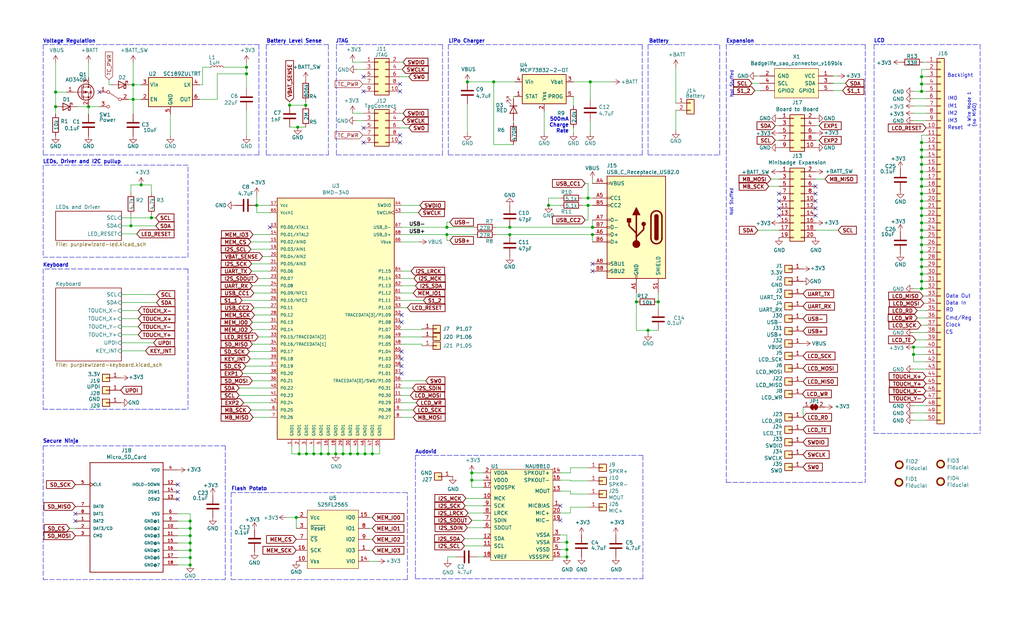
<source format=kicad_sch>
(kicad_sch (version 20211123) (generator eeschema)
  (paper "USLegal")
  (title_block (title "DC801 Badge - BM") (date "2022-09-11") (rev "1.1") (company "DC801") (comment 1 "codename purplewizard") (comment 4 "@hamster and the dc801 badge team"))
  (junction (at 119.126 157.734))
  (junction (at 320.04 59.69))
  (junction (at 228.6 104.902))
  (junction (at 196.85 188.468))
  (junction (at 129.286 157.734))
  (junction (at 320.04 100.33))
  (junction (at 108.966 157.734))
  (junction (at 19.304 37.084))
  (junction (at 177.038 81.534))
  (junction (at 100.584 36.576))
  (junction (at 155.194 78.994))
  (junction (at 19.304 32.004))
  (junction (at 220.98 104.902))
  (junction (at 45.466 78.486))
  (junction (at 163.83 166.878))
  (junction (at 196.85 191.008))
  (junction (at 320.04 49.53))
  (junction (at 66.04 181.102))
  (junction (at 85.598 23.368))
  (junction (at 196.85 193.548))
  (junction (at 89.154 71.374))
  (junction (at 204.216 68.834))
  (junction (at 320.04 80.01))
  (junction (at 116.586 157.734))
  (junction (at 320.04 69.85))
  (junction (at 46.228 29.464))
  (junction (at 320.04 95.25))
  (junction (at 162.306 28.448))
  (junction (at 320.04 85.09))
  (junction (at 66.04 188.722))
  (junction (at 320.04 90.17))
  (junction (at 106.426 157.734))
  (junction (at 126.746 157.734))
  (junction (at 320.04 92.71))
  (junction (at 320.04 31.75))
  (junction (at 320.04 57.15))
  (junction (at 46.228 34.544))
  (junction (at 205.74 81.534))
  (junction (at 317.246 120.65))
  (junction (at 317.246 123.19))
  (junction (at 66.04 193.802))
  (junction (at 177.038 78.994))
  (junction (at 320.04 97.79))
  (junction (at 204.978 28.448))
  (junction (at 320.04 74.93))
  (junction (at 205.74 78.994))
  (junction (at 320.04 62.23))
  (junction (at 49.022 64.262))
  (junction (at 52.578 75.692))
  (junction (at 320.04 52.07))
  (junction (at 85.598 25.654))
  (junction (at 320.04 26.67))
  (junction (at 320.04 82.55))
  (junction (at 30.734 37.084))
  (junction (at 320.04 87.63))
  (junction (at 103.886 157.734))
  (junction (at 320.04 77.47))
  (junction (at 155.194 81.534))
  (junction (at 111.506 157.734))
  (junction (at 66.04 191.262))
  (junction (at 320.04 72.39))
  (junction (at 320.04 67.31))
  (junction (at 204.216 71.374))
  (junction (at 171.45 28.448))
  (junction (at 106.172 36.576))
  (junction (at 66.04 183.642))
  (junction (at 320.04 29.21))
  (junction (at 103.378 44.196))
  (junction (at 320.04 54.61))
  (junction (at 225.044 114.808))
  (junction (at 320.04 64.77))
  (junction (at 163.83 164.338))
  (junction (at 124.206 157.734))
  (junction (at 66.04 186.182))
  (junction (at 190.5 71.374))
  (junction (at 66.04 196.342))
  (junction (at 114.046 157.734))
  (junction (at 121.666 157.734))
  (junction (at 102.87 179.832))
  (no_connect (at 34.544 32.004))
  (no_connect (at 126.238 49.53))
  (no_connect (at 138.938 46.99))
  (no_connect (at 138.938 29.21))
  (no_connect (at 139.446 124.714))
  (no_connect (at 26.162 178.562))
  (no_connect (at 283.21 67.31))
  (no_connect (at 126.238 44.45))
  (no_connect (at 205.74 91.694))
  (no_connect (at 26.162 181.102))
  (no_connect (at 270.51 69.85))
  (no_connect (at 139.446 112.014))
  (no_connect (at 61.722 170.942))
  (no_connect (at 283.21 64.77))
  (no_connect (at 139.446 109.474))
  (no_connect (at 61.722 173.482))
  (no_connect (at 283.21 69.85))
  (no_connect (at 139.446 129.794))
  (no_connect (at 283.21 74.93))
  (no_connect (at 194.564 180.848))
  (no_connect (at 270.51 72.39))
  (no_connect (at 138.938 49.53))
  (no_connect (at 126.238 26.67))
  (no_connect (at 194.564 175.768))
  (no_connect (at 139.446 122.174))
  (no_connect (at 93.726 78.994))
  (no_connect (at 138.938 31.75))
  (no_connect (at 270.51 67.31))
  (no_connect (at 205.74 94.234))
  (no_connect (at 283.21 72.39))
  (no_connect (at 126.238 31.75))
  (no_connect (at 139.446 127.254))
  (no_connect (at 270.51 74.93))
  (no_connect (at 61.722 168.402))
  (wire (pts (xy 143.51 101.854) (xy 139.446 101.854)))
  (wire (pts (xy 100.584 36.576) (xy 106.172 36.576)))
  (wire (pts (xy 114.046 155.194) (xy 114.046 157.734)))
  (wire (pts (xy 111.506 157.734) (xy 114.046 157.734)))
  (wire (pts (xy 317.246 36.83) (xy 321.564 36.83)))
  (polyline (pts (xy 14.986 89.408) (xy 65.278 89.408)))
  (wire (pts (xy 320.04 49.53) (xy 320.04 46.99)))
  (wire (pts (xy 59.182 39.624) (xy 59.182 47.244)))
  (wire (pts (xy 194.564 193.548) (xy 196.85 193.548)))
  (wire (pts (xy 61.722 178.562) (xy 66.04 178.562)))
  (wire (pts (xy 88.138 106.934) (xy 93.726 106.934)))
  (wire (pts (xy 220.98 114.808) (xy 225.044 114.808)))
  (wire (pts (xy 61.722 183.642) (xy 66.04 183.642)))
  (polyline (pts (xy 92.456 15.494) (xy 92.456 53.848)))
  (wire (pts (xy 83.058 137.414) (xy 93.726 137.414)))
  (wire (pts (xy 129.286 179.832) (xy 128.27 179.832)))
  (wire (pts (xy 202.184 68.834) (xy 204.216 68.834)))
  (wire (pts (xy 87.376 91.694) (xy 93.726 91.694)))
  (wire (pts (xy 171.45 28.448) (xy 178.816 28.448)))
  (wire (pts (xy 320.04 69.85) (xy 320.04 72.39)))
  (wire (pts (xy 19.304 37.084) (xy 19.304 39.624)))
  (wire (pts (xy 125.984 46.99) (xy 126.238 46.99)))
  (wire (pts (xy 190.5 71.374) (xy 194.564 71.374)))
  (wire (pts (xy 139.446 81.534) (xy 155.194 81.534)))
  (wire (pts (xy 156.21 77.216) (xy 155.194 77.216)))
  (wire (pts (xy 177.038 81.534) (xy 205.74 81.534)))
  (wire (pts (xy 66.04 181.102) (xy 66.04 183.642)))
  (wire (pts (xy 269.24 48.768) (xy 270.51 48.768)))
  (wire (pts (xy 321.564 64.77) (xy 320.04 64.77)))
  (wire (pts (xy 89.662 117.094) (xy 93.726 117.094)))
  (wire (pts (xy 204.978 28.448) (xy 212.598 28.448)))
  (wire (pts (xy 269.24 43.688) (xy 270.51 43.688)))
  (wire (pts (xy 93.726 104.394) (xy 84.074 104.394)))
  (wire (pts (xy 320.04 57.15) (xy 320.04 54.61)))
  (wire (pts (xy 139.446 114.554) (xy 146.558 114.554)))
  (wire (pts (xy 321.564 31.75) (xy 320.04 31.75)))
  (wire (pts (xy 266.954 64.77) (xy 270.51 64.77)))
  (wire (pts (xy 198.12 178.308) (xy 198.12 176.276)))
  (wire (pts (xy 121.666 155.194) (xy 121.666 157.734)))
  (wire (pts (xy 87.122 142.494) (xy 93.726 142.494)))
  (wire (pts (xy 129.286 191.262) (xy 128.27 191.262)))
  (polyline (pts (xy 14.986 154.94) (xy 14.986 201.422)))
  (wire (pts (xy 139.446 134.874) (xy 143.256 134.874)))
  (wire (pts (xy 66.04 188.722) (xy 66.04 191.262)))
  (wire (pts (xy 317.246 115.57) (xy 321.564 115.57)))
  (wire (pts (xy 204.216 68.834) (xy 205.74 68.834)))
  (polyline (pts (xy 80.264 171.196) (xy 141.478 171.196)))
  (wire (pts (xy 291.084 80.01) (xy 283.21 80.01)))
  (wire (pts (xy 142.494 137.414) (xy 139.446 137.414)))
  (wire (pts (xy 196.85 185.928) (xy 194.564 185.928)))
  (wire (pts (xy 165.862 193.548) (xy 167.894 193.548)))
  (wire (pts (xy 126.746 157.734) (xy 129.286 157.734)))
  (wire (pts (xy 61.722 188.722) (xy 66.04 188.722)))
  (wire (pts (xy 146.558 119.634) (xy 146.558 120.142)))
  (wire (pts (xy 267.716 62.23) (xy 270.51 62.23)))
  (polyline (pts (xy 303.53 15.494) (xy 303.53 150.622)))
  (wire (pts (xy 321.564 90.17) (xy 320.04 90.17)))
  (wire (pts (xy 108.966 157.734) (xy 111.506 157.734)))
  (wire (pts (xy 161.798 173.228) (xy 167.894 173.228)))
  (wire (pts (xy 320.04 67.31) (xy 320.04 69.85)))
  (wire (pts (xy 320.04 46.99) (xy 321.564 46.99)))
  (wire (pts (xy 320.04 29.21) (xy 320.04 31.75)))
  (wire (pts (xy 204.216 76.454) (xy 204.216 71.374)))
  (wire (pts (xy 155.194 77.216) (xy 155.194 78.994)))
  (wire (pts (xy 178.308 41.91) (xy 178.308 42.672)))
  (wire (pts (xy 289.306 26.416) (xy 290.83 26.416)))
  (polyline (pts (xy 65.278 89.408) (xy 65.278 57.404)))
  (wire (pts (xy 163.83 180.848) (xy 167.894 180.848)))
  (wire (pts (xy 34.544 37.084) (xy 30.734 37.084)))
  (wire (pts (xy 234.696 38.354) (xy 234.696 45.466)))
  (wire (pts (xy 42.164 110.744) (xy 48.006 110.744)))
  (wire (pts (xy 52.578 75.692) (xy 54.102 75.692)))
  (wire (pts (xy 317.246 39.37) (xy 321.564 39.37)))
  (wire (pts (xy 69.342 34.544) (xy 75.438 34.544)))
  (wire (pts (xy 194.564 178.308) (xy 198.12 178.308)))
  (wire (pts (xy 84.328 129.794) (xy 93.726 129.794)))
  (wire (pts (xy 85.598 21.844) (xy 85.598 23.368)))
  (polyline (pts (xy 225.044 15.494) (xy 225.044 53.848)))
  (wire (pts (xy 199.136 33.528) (xy 199.136 36.83)))
  (wire (pts (xy 234.696 23.368) (xy 234.696 35.814)))
  (wire (pts (xy 162.306 36.068) (xy 162.306 46.228)))
  (wire (pts (xy 320.04 52.07) (xy 320.04 49.53)))
  (wire (pts (xy 194.564 166.878) (xy 198.12 166.878)))
  (wire (pts (xy 129.286 187.452) (xy 128.27 187.452)))
  (polyline (pts (xy 223.012 53.848) (xy 223.012 15.494)))
  (wire (pts (xy 102.87 179.832) (xy 99.568 179.832)))
  (wire (pts (xy 47.498 81.28) (xy 42.164 81.28)))
  (wire (pts (xy 321.564 62.23) (xy 320.04 62.23)))
  (wire (pts (xy 198.12 166.878) (xy 198.12 167.132)))
  (wire (pts (xy 139.446 73.914) (xy 145.288 73.914)))
  (wire (pts (xy 126.238 41.91) (xy 123.698 41.91)))
  (wire (pts (xy 178.816 33.528) (xy 178.308 33.528)))
  (wire (pts (xy 321.564 92.71) (xy 320.04 92.71)))
  (wire (pts (xy 93.726 132.334) (xy 87.63 132.334)))
  (wire (pts (xy 124.206 157.734) (xy 126.746 157.734)))
  (wire (pts (xy 320.04 80.01) (xy 320.04 82.55)))
  (wire (pts (xy 163.83 166.878) (xy 163.83 164.338)))
  (polyline (pts (xy 92.456 53.848) (xy 114.046 53.848)))
  (wire (pts (xy 320.548 102.87) (xy 321.564 102.87)))
  (wire (pts (xy 198.12 176.276) (xy 204.216 176.276)))
  (wire (pts (xy 320.04 54.61) (xy 320.04 52.07)))
  (wire (pts (xy 167.894 166.878) (xy 163.83 166.878)))
  (wire (pts (xy 317.246 125.73) (xy 317.246 123.19)))
  (wire (pts (xy 102.87 183.642) (xy 102.87 179.832)))
  (wire (pts (xy 129.286 183.642) (xy 128.27 183.642)))
  (wire (pts (xy 61.722 191.262) (xy 66.04 191.262)))
  (polyline (pts (xy 14.986 15.494) (xy 14.986 53.848)))
  (wire (pts (xy 198.12 170.688) (xy 198.12 171.704)))
  (wire (pts (xy 84.582 139.954) (xy 93.726 139.954)))
  (wire (pts (xy 19.304 21.844) (xy 19.304 32.004)))
  (wire (pts (xy 286.512 62.23) (xy 283.21 62.23)))
  (wire (pts (xy 155.194 81.534) (xy 164.592 81.534)))
  (wire (pts (xy 228.6 101.854) (xy 228.6 104.902)))
  (polyline (pts (xy 340.36 15.494) (xy 340.36 150.622)))
  (wire (pts (xy 198.12 171.704) (xy 204.216 171.704)))
  (wire (pts (xy 114.046 157.734) (xy 116.586 157.734)))
  (wire (pts (xy 284.48 48.768) (xy 283.21 48.768)))
  (wire (pts (xy 122.428 39.37) (xy 126.238 39.37)))
  (polyline (pts (xy 300.482 15.494) (xy 252.222 15.494)))
  (wire (pts (xy 87.122 84.074) (xy 93.726 84.074)))
  (wire (pts (xy 321.564 87.63) (xy 320.04 87.63)))
  (wire (pts (xy 37.846 27.686) (xy 37.846 29.464)))
  (wire (pts (xy 320.548 21.59) (xy 321.564 21.59)))
  (wire (pts (xy 204.216 63.754) (xy 204.216 68.834)))
  (wire (pts (xy 93.726 86.614) (xy 87.122 86.614)))
  (wire (pts (xy 66.04 186.182) (xy 66.04 188.722)))
  (wire (pts (xy 49.022 29.464) (xy 46.228 29.464)))
  (polyline (pts (xy 144.272 201.168) (xy 223.266 201.168)))
  (wire (pts (xy 49.022 64.262) (xy 52.578 64.262)))
  (wire (pts (xy 83.058 134.874) (xy 93.726 134.874)))
  (wire (pts (xy 86.614 122.174) (xy 93.726 122.174)))
  (wire (pts (xy 131.826 157.734) (xy 129.286 157.734)))
  (wire (pts (xy 320.04 24.13) (xy 320.04 26.67)))
  (wire (pts (xy 198.12 164.338) (xy 198.12 162.56)))
  (polyline (pts (xy 14.986 142.24) (xy 65.278 142.24)))
  (wire (pts (xy 139.954 21.59) (xy 138.938 21.59)))
  (wire (pts (xy 106.172 35.306) (xy 106.172 36.576)))
  (wire (pts (xy 103.886 155.194) (xy 103.886 157.734)))
  (polyline (pts (xy 303.53 15.494) (xy 340.36 15.494)))
  (wire (pts (xy 119.126 157.734) (xy 121.666 157.734)))
  (wire (pts (xy 161.544 175.768) (xy 167.894 175.768)))
  (wire (pts (xy 144.526 139.954) (xy 139.446 139.954)))
  (wire (pts (xy 89.154 71.374) (xy 93.726 71.374)))
  (wire (pts (xy 198.12 162.56) (xy 204.216 162.56)))
  (wire (pts (xy 196.85 188.468) (xy 194.564 188.468)))
  (wire (pts (xy 321.564 77.47) (xy 320.04 77.47)))
  (wire (pts (xy 321.564 85.09) (xy 320.04 85.09)))
  (wire (pts (xy 116.586 157.734) (xy 119.126 157.734)))
  (wire (pts (xy 318.516 107.95) (xy 321.564 107.95)))
  (polyline (pts (xy 80.264 171.196) (xy 80.264 201.422)))
  (wire (pts (xy 321.564 49.53) (xy 320.04 49.53)))
  (wire (pts (xy 162.306 183.388) (xy 167.894 183.388)))
  (polyline (pts (xy 65.278 93.472) (xy 65.278 142.24)))
  (wire (pts (xy 178.308 33.528) (xy 178.308 34.29)))
  (wire (pts (xy 321.564 72.39) (xy 320.04 72.39)))
  (wire (pts (xy 203.2 63.754) (xy 204.216 63.754)))
  (wire (pts (xy 321.564 26.67) (xy 320.04 26.67)))
  (wire (pts (xy 30.734 37.084) (xy 30.734 39.624)))
  (wire (pts (xy 19.304 32.004) (xy 19.304 37.084)))
  (wire (pts (xy 205.74 63.754) (xy 205.74 62.23)))
  (wire (pts (xy 100.584 44.196) (xy 103.378 44.196)))
  (wire (pts (xy 320.04 29.21) (xy 321.564 29.21)))
  (wire (pts (xy 321.564 146.05) (xy 317.246 146.05)))
  (wire (pts (xy 155.194 83.566) (xy 155.194 81.534)))
  (wire (pts (xy 45.466 78.486) (xy 54.102 78.486)))
  (wire (pts (xy 54.356 102.362) (xy 42.164 102.362)))
  (wire (pts (xy 178.308 50.292) (xy 171.45 50.292)))
  (wire (pts (xy 116.586 155.194) (xy 116.586 157.734)))
  (wire (pts (xy 320.04 92.71) (xy 320.04 95.25)))
  (wire (pts (xy 162.306 28.448) (xy 171.45 28.448)))
  (wire (pts (xy 87.376 94.234) (xy 93.726 94.234)))
  (wire (pts (xy 103.886 157.734) (xy 106.426 157.734)))
  (wire (pts (xy 126.238 21.59) (xy 122.428 21.59)))
  (wire (pts (xy 121.666 157.734) (xy 124.206 157.734)))
  (wire (pts (xy 87.63 114.554) (xy 93.726 114.554)))
  (wire (pts (xy 42.164 78.486) (xy 45.466 78.486)))
  (wire (pts (xy 139.954 39.37) (xy 138.938 39.37)))
  (wire (pts (xy 42.164 75.692) (xy 52.578 75.692)))
  (wire (pts (xy 320.04 72.39) (xy 320.04 74.93)))
  (polyline (pts (xy 89.916 53.848) (xy 89.916 15.494)))
  (wire (pts (xy 320.04 100.33) (xy 321.564 100.33)))
  (polyline (pts (xy 303.53 150.622) (xy 340.36 150.622)))
  (wire (pts (xy 124.206 155.194) (xy 124.206 157.734)))
  (wire (pts (xy 321.564 41.91) (xy 317.246 41.91)))
  (wire (pts (xy 171.45 50.292) (xy 171.45 28.448)))
  (wire (pts (xy 318.008 118.11) (xy 321.564 118.11)))
  (wire (pts (xy 194.564 170.688) (xy 198.12 170.688)))
  (wire (pts (xy 199.136 44.45) (xy 199.136 46.228)))
  (wire (pts (xy 45.466 67.056) (xy 45.466 64.262)))
  (polyline (pts (xy 153.67 15.494) (xy 116.84 15.494)))
  (wire (pts (xy 196.85 188.468) (xy 196.85 185.928)))
  (wire (pts (xy 318.516 110.49) (xy 321.564 110.49)))
  (wire (pts (xy 143.51 142.494) (xy 139.446 142.494)))
  (wire (pts (xy 225.044 114.808) (xy 228.6 114.808)))
  (wire (pts (xy 321.564 82.55) (xy 320.04 82.55)))
  (wire (pts (xy 278.638 136.906) (xy 278.892 136.906)))
  (polyline (pts (xy 116.84 53.848) (xy 153.67 53.848)))
  (wire (pts (xy 85.598 25.654) (xy 85.598 30.734)))
  (wire (pts (xy 45.466 74.676) (xy 45.466 78.486)))
  (wire (pts (xy 320.04 59.69) (xy 320.04 57.15)))
  (wire (pts (xy 52.578 74.676) (xy 52.578 75.692)))
  (wire (pts (xy 89.662 96.774) (xy 93.726 96.774)))
  (wire (pts (xy 141.478 106.934) (xy 139.446 106.934)))
  (wire (pts (xy 278.638 93.472) (xy 278.892 93.472)))
  (wire (pts (xy 141.986 26.67) (xy 138.938 26.67)))
  (wire (pts (xy 261.112 28.956) (xy 263.906 28.956)))
  (wire (pts (xy 91.186 89.154) (xy 93.726 89.154)))
  (wire (pts (xy 320.04 97.79) (xy 320.04 100.33)))
  (wire (pts (xy 66.04 193.802) (xy 66.04 196.342)))
  (wire (pts (xy 54.356 105.156) (xy 42.164 105.156)))
  (polyline (pts (xy 78.232 154.94) (xy 78.232 201.422)))
  (wire (pts (xy 86.868 124.714) (xy 93.726 124.714)))
  (wire (pts (xy 126.746 155.194) (xy 126.746 157.734)))
  (wire (pts (xy 205.74 84.074) (xy 205.74 81.534)))
  (wire (pts (xy 87.884 81.534) (xy 93.726 81.534)))
  (wire (pts (xy 66.04 183.642) (xy 66.04 186.182)))
  (wire (pts (xy 70.358 29.464) (xy 70.358 23.368)))
  (wire (pts (xy 88.392 109.474) (xy 93.726 109.474)))
  (wire (pts (xy 139.446 78.994) (xy 155.194 78.994)))
  (wire (pts (xy 321.564 143.51) (xy 317.246 143.51)))
  (wire (pts (xy 321.564 105.41) (xy 320.802 105.41)))
  (polyline (pts (xy 252.222 15.494) (xy 252.222 167.64)))
  (wire (pts (xy 139.7 41.91) (xy 138.938 41.91)))
  (wire (pts (xy 320.04 87.63) (xy 320.04 90.17)))
  (wire (pts (xy 119.126 155.194) (xy 119.126 157.734)))
  (wire (pts (xy 26.924 37.084) (xy 30.734 37.084)))
  (wire (pts (xy 155.194 78.994) (xy 164.592 78.994)))
  (wire (pts (xy 158.242 193.548) (xy 155.448 193.548)))
  (wire (pts (xy 45.466 64.262) (xy 49.022 64.262)))
  (wire (pts (xy 203.2 76.454) (xy 204.216 76.454)))
  (wire (pts (xy 321.564 74.93) (xy 320.04 74.93)))
  (wire (pts (xy 263.144 80.01) (xy 270.51 80.01)))
  (wire (pts (xy 320.04 62.23) (xy 320.04 64.77)))
  (polyline (pts (xy 65.278 93.472) (xy 14.986 93.472)))
  (wire (pts (xy 262.128 31.496) (xy 263.906 31.496)))
  (wire (pts (xy 320.04 74.93) (xy 320.04 77.47)))
  (wire (pts (xy 103.378 44.196) (xy 106.172 44.196)))
  (wire (pts (xy 123.952 24.13) (xy 126.238 24.13)))
  (polyline (pts (xy 225.044 15.494) (xy 249.936 15.494)))
  (wire (pts (xy 146.558 114.554) (xy 146.558 114.3)))
  (wire (pts (xy 321.564 97.79) (xy 320.04 97.79)))
  (wire (pts (xy 142.748 94.234) (xy 139.446 94.234)))
  (wire (pts (xy 69.342 29.464) (xy 70.358 29.464)))
  (wire (pts (xy 139.446 104.394) (xy 147.066 104.394)))
  (wire (pts (xy 24.13 183.642) (xy 26.162 183.642)))
  (wire (pts (xy 204.978 34.544) (xy 204.978 28.448)))
  (polyline (pts (xy 14.986 201.422) (xy 78.232 201.422)))
  (wire (pts (xy 85.344 127.254) (xy 93.726 127.254)))
  (wire (pts (xy 204.978 28.448) (xy 199.136 28.448)))
  (wire (pts (xy 87.884 145.034) (xy 93.726 145.034)))
  (wire (pts (xy 167.894 164.338) (xy 163.83 164.338)))
  (wire (pts (xy 321.564 52.07) (xy 320.04 52.07)))
  (polyline (pts (xy 116.84 15.494) (xy 116.84 53.848)))
  (wire (pts (xy 106.426 157.734) (xy 108.966 157.734)))
  (wire (pts (xy 48.006 113.538) (xy 42.164 113.538)))
  (wire (pts (xy 87.63 99.314) (xy 93.726 99.314)))
  (wire (pts (xy 46.228 29.464) (xy 46.228 34.544)))
  (wire (pts (xy 75.438 25.654) (xy 75.438 34.544)))
  (polyline (pts (xy 141.478 201.422) (xy 80.264 201.422)))
  (wire (pts (xy 93.726 101.854) (xy 88.138 101.854)))
  (wire (pts (xy 220.98 104.902) (xy 220.98 114.808)))
  (wire (pts (xy 30.734 21.844) (xy 30.734 26.924)))
  (wire (pts (xy 194.564 68.834) (xy 190.5 68.834)))
  (wire (pts (xy 320.04 90.17) (xy 320.04 92.71)))
  (wire (pts (xy 70.358 23.368) (xy 72.898 23.368)))
  (wire (pts (xy 139.446 145.034) (xy 143.51 145.034)))
  (wire (pts (xy 320.04 26.67) (xy 320.04 29.21)))
  (wire (pts (xy 89.154 73.914) (xy 89.154 71.374)))
  (wire (pts (xy 111.506 155.194) (xy 111.506 157.734)))
  (wire (pts (xy 48.006 107.95) (xy 42.164 107.95)))
  (wire (pts (xy 321.564 59.69) (xy 320.04 59.69)))
  (wire (pts (xy 284.48 43.688) (xy 283.21 43.688)))
  (wire (pts (xy 139.446 71.374) (xy 145.796 71.374)))
  (wire (pts (xy 220.98 101.854) (xy 220.98 104.902)))
  (wire (pts (xy 317.246 100.33) (xy 320.04 100.33)))
  (wire (pts (xy 321.564 67.31) (xy 320.04 67.31)))
  (wire (pts (xy 85.598 38.354) (xy 85.598 47.244)))
  (polyline (pts (xy 153.67 53.848) (xy 153.67 15.494)))
  (wire (pts (xy 66.04 178.562) (xy 66.04 181.102)))
  (wire (pts (xy 144.272 99.314) (xy 139.446 99.314)))
  (polyline (pts (xy 141.478 201.422) (xy 141.478 171.196)))
  (wire (pts (xy 321.564 69.85) (xy 320.04 69.85)))
  (wire (pts (xy 228.6 107.188) (xy 228.6 104.902)))
  (wire (pts (xy 196.85 191.008) (xy 196.85 188.468)))
  (wire (pts (xy 321.564 34.29) (xy 317.246 34.29)))
  (wire (pts (xy 61.722 186.182) (xy 66.04 186.182)))
  (polyline (pts (xy 89.916 15.494) (xy 14.986 15.494)))
  (polyline (pts (xy 300.482 15.494) (xy 300.482 167.64)))
  (wire (pts (xy 101.346 155.194) (xy 101.346 157.734)))
  (wire (pts (xy 321.564 57.15) (xy 320.04 57.15)))
  (wire (pts (xy 66.04 196.342) (xy 61.722 196.342)))
  (wire (pts (xy 289.306 28.956) (xy 293.624 28.956)))
  (wire (pts (xy 320.04 77.47) (xy 320.04 80.01)))
  (wire (pts (xy 139.446 119.634) (xy 146.558 119.634)))
  (wire (pts (xy 278.892 145.034) (xy 278.892 141.478)))
  (wire (pts (xy 202.184 71.374) (xy 204.216 71.374)))
  (wire (pts (xy 161.29 187.198) (xy 167.894 187.198)))
  (polyline (pts (xy 223.266 201.168) (xy 223.266 158.242)))
  (wire (pts (xy 177.038 78.994) (xy 205.74 78.994)))
  (wire (pts (xy 101.346 157.734) (xy 103.886 157.734)))
  (wire (pts (xy 190.5 68.834) (xy 190.5 71.374)))
  (wire (pts (xy 321.564 128.27) (xy 317.246 128.27)))
  (wire (pts (xy 108.966 155.194) (xy 108.966 157.734)))
  (polyline (pts (xy 14.986 154.94) (xy 78.232 154.94)))
  (polyline (pts (xy 252.222 167.64) (xy 300.482 167.64)))
  (wire (pts (xy 225.044 115.824) (xy 225.044 114.808)))
  (wire (pts (xy 321.564 95.25) (xy 320.04 95.25)))
  (wire (pts (xy 317.246 120.65) (xy 321.564 120.65)))
  (wire (pts (xy 177.038 78.994) (xy 172.212 78.994)))
  (wire (pts (xy 139.446 117.094) (xy 146.558 117.094)))
  (polyline (pts (xy 249.936 53.848) (xy 249.936 15.494)))
  (wire (pts (xy 125.984 29.21) (xy 126.238 29.21)))
  (wire (pts (xy 321.564 54.61) (xy 320.04 54.61)))
  (wire (pts (xy 155.448 193.548) (xy 155.448 194.564)))
  (wire (pts (xy 46.228 34.544) (xy 49.022 34.544)))
  (wire (pts (xy 147.828 132.334) (xy 139.446 132.334)))
  (wire (pts (xy 196.85 191.008) (xy 194.564 191.008)))
  (wire (pts (xy 52.578 64.262) (xy 52.578 67.056)))
  (polyline (pts (xy 14.986 93.472) (xy 14.986 142.24)))
  (wire (pts (xy 145.542 84.074) (xy 139.446 84.074)))
  (wire (pts (xy 317.246 125.73) (xy 321.564 125.73)))
  (polyline (pts (xy 114.046 15.494) (xy 92.456 15.494)))
  (wire (pts (xy 143.764 96.774) (xy 139.446 96.774)))
  (wire (pts (xy 204.216 71.374) (xy 205.74 71.374)))
  (wire (pts (xy 42.164 116.332) (xy 48.006 116.332)))
  (polyline (pts (xy 223.266 158.242) (xy 144.272 158.242)))
  (wire (pts (xy 44.704 34.544) (xy 46.228 34.544)))
  (wire (pts (xy 129.286 157.734) (xy 129.286 155.194)))
  (wire (pts (xy 37.846 29.464) (xy 38.608 29.464)))
  (wire (pts (xy 131.064 195.072) (xy 128.27 195.072)))
  (wire (pts (xy 177.038 81.534) (xy 172.212 81.534)))
  (polyline (pts (xy 155.702 53.848) (xy 223.012 53.848)))
  (wire (pts (xy 87.63 119.634) (xy 93.726 119.634)))
  (wire (pts (xy 320.04 95.25) (xy 320.04 97.79)))
  (wire (pts (xy 141.986 44.45) (xy 138.938 44.45)))
  (wire (pts (xy 205.74 76.454) (xy 205.74 78.994)))
  (wire (pts (xy 262.89 26.416) (xy 263.906 26.416)))
  (wire (pts (xy 194.564 164.338) (xy 198.12 164.338)))
  (wire (pts (xy 320.04 82.55) (xy 320.04 85.09)))
  (wire (pts (xy 321.564 113.03) (xy 319.786 113.03)))
  (polyline (pts (xy 114.046 53.848) (xy 114.046 15.494)))
  (polyline (pts (xy 14.986 57.404) (xy 14.986 89.408)))
  (wire (pts (xy 61.722 193.802) (xy 66.04 193.802)))
  (wire (pts (xy 198.12 167.132) (xy 204.216 167.132)))
  (wire (pts (xy 321.564 24.13) (xy 320.04 24.13)))
  (wire (pts (xy 292.608 31.496) (xy 289.306 31.496)))
  (wire (pts (xy 93.726 73.914) (xy 89.154 73.914)))
  (polyline (pts (xy 155.702 15.494) (xy 155.702 53.848)))
  (wire (pts (xy 77.978 23.368) (xy 85.598 23.368)))
  (wire (pts (xy 320.04 62.23) (xy 320.04 59.69)))
  (wire (pts (xy 46.228 21.844) (xy 46.228 29.464)))
  (wire (pts (xy 320.04 64.77) (xy 320.04 67.31)))
  (wire (pts (xy 167.894 189.738) (xy 161.29 189.738)))
  (wire (pts (xy 156.21 83.566) (xy 155.194 83.566)))
  (wire (pts (xy 106.426 155.194) (xy 106.426 157.734)))
  (wire (pts (xy 321.564 140.97) (xy 317.246 140.97)))
  (wire (pts (xy 278.638 97.79) (xy 278.892 97.79)))
  (wire (pts (xy 42.164 121.92) (xy 50.546 121.92)))
  (wire (pts (xy 317.246 123.19) (xy 317.246 120.65)))
  (wire (pts (xy 87.63 112.014) (xy 93.726 112.014)))
  (wire (pts (xy 320.04 85.09) (xy 320.04 87.63)))
  (wire (pts (xy 89.154 67.818) (xy 89.154 71.374)))
  (wire (pts (xy 196.85 193.548) (xy 196.85 191.008)))
  (wire (pts (xy 23.114 32.004) (xy 19.304 32.004)))
  (wire (pts (xy 46.228 39.624) (xy 46.228 34.544)))
  (polyline (pts (xy 65.278 57.404) (xy 14.986 57.404)))
  (wire (pts (xy 188.976 38.608) (xy 188.976 46.228)))
  (polyline (pts (xy 225.044 53.848) (xy 249.936 53.848)))
  (wire (pts (xy 42.164 119.126) (xy 53.34 119.126)))
  (polyline (pts (xy 223.012 15.494) (xy 155.702 15.494)))
  (wire (pts (xy 321.564 80.01) (xy 320.04 80.01)))
  (polyline (pts (xy 144.272 158.242) (xy 144.272 201.168)))
  (polyline (pts (xy 14.986 53.848) (xy 90.424 53.848)))
  (wire (pts (xy 139.7 24.13) (xy 138.938 24.13)))
  (wire (pts (xy 320.04 31.75) (xy 317.246 31.75)))
  (wire (pts (xy 167.894 169.418) (xy 163.83 169.418)))
  (wire (pts (xy 162.56 178.308) (xy 167.894 178.308)))
  (wire (pts (xy 61.722 181.102) (xy 66.04 181.102)))
  (wire (pts (xy 100.584 36.576) (xy 100.584 35.306)))
  (wire (pts (xy 75.438 25.654) (xy 85.598 25.654)))
  (wire (pts (xy 85.598 23.368) (xy 85.598 25.654)))
  (wire (pts (xy 317.246 123.19) (xy 321.564 123.19)))
  (wire (pts (xy 163.83 169.418) (xy 163.83 166.878)))
  (wire (pts (xy 204.978 42.164) (xy 204.978 46.228)))
  (wire (pts (xy 66.04 191.262) (xy 66.04 193.802)))
  (wire (pts (xy 131.826 155.194) (xy 131.826 157.734)))
  (text "Not Stuffed" (at 254.762 34.036 90) (effects (font (size 1.0922 1.0922)) (justify left bottom)))
  (text "LCD" (at 303.403 14.986 0) (effects (font (size 1.27 1.27) (thickness 0.254) bold) (justify left bottom)))
  (text "Cmd/Reg" (at 328.295 111.379 0) (effects (font (size 1.27 1.27)) (justify left bottom)))
  (text "IM1" (at 329.057 37.719 0) (effects (font (size 1.27 1.27)) (justify left bottom)))
  (text "IM3" (at 329.057 42.799 0) (effects (font (size 1.27 1.27)) (justify left bottom)))
  (text "Voltage Regulation" (at 14.859 15.113 0) (effects (font (size 1.27 1.27) (thickness 0.254) bold) (justify left bottom)))
  (text "JTAG" (at 116.459 15.113 0) (effects (font (size 1.27 1.27) (thickness 0.254) bold) (justify left bottom)))
  (text "Battery Level Sense" (at 92.456 15.113 0) (effects (font (size 1.27 1.27) (thickness 0.254) bold) (justify left bottom)))
  (text "Secure Ninja" (at 14.859 154.178 0) (effects (font (size 1.27 1.27) (thickness 0.254) bold) (justify left bottom)))
  (text "Reset" (at 329.057 45.212 0) (effects (font (size 1.27 1.27)) (justify left bottom)))
  (text "Battery" (at 225.298 15.113 0) (effects (font (size 1.27 1.27) (thickness 0.254) bold) (justify left bottom)))
  (text "LiPo Charger" (at 155.702 15.113 0) (effects (font (size 1.27 1.27) (thickness 0.254) bold) (justify left bottom)))
  (text "IM0" (at 329.057 35.052 0) (effects (font (size 1.27 1.27)) (justify left bottom)))
  (text "LEDs, Driver and I2C pullup" (at 14.859 57.023 0) (effects (font (size 1.27 1.27) (thickness 0.254) bold) (justify left bottom)))
  (text "CS" (at 328.295 116.332 0) (effects (font (size 1.27 1.27)) (justify left bottom)))
  (text "Expansion" (at 252.095 15.113 0) (effects (font (size 1.27 1.27) (thickness 0.254) bold) (justify left bottom)))
  (text "Clock" (at 328.295 113.792 0) (effects (font (size 1.27 1.27)) (justify left bottom)))
  (text "Not Stuffed" (at 254.6604 75.0316 90) (effects (font (size 1.0922 1.0922)) (justify left bottom)))
  (text "IM2" (at 329.057 40.259 0) (effects (font (size 1.27 1.27)) (justify left bottom)))
  (text "Data Out" (at 328.422 103.759 0) (effects (font (size 1.27 1.27)) (justify left bottom)))
  (text "Audovid" (at 144.145 157.861 0) (effects (font (size 1.27 1.27) (thickness 0.254) bold) (justify left bottom)))
  (text "500mA\nCharge\nRate" (at 197.612 46.355 180) (effects (font (size 1.27 1.27) (thickness 0.254) bold) (justify right bottom)))
  (text "Backlight" (at 328.93 27.051 0) (effects (font (size 1.27 1.27)) (justify left bottom)))
  (text "Keyboard" (at 14.859 92.964 0) (effects (font (size 1.27 1.27) (thickness 0.254) bold) (justify left bottom)))
  (text "Flash Potato" (at 80.264 170.688 0) (effects (font (size 1.27 1.27) (thickness 0.254) bold) (justify left bottom)))
  (text "Data In" (at 328.422 106.172 0) (effects (font (size 1.27 1.27)) (justify left bottom)))
  (text "4 Wire Mode 1 \n(no MISO)" (at 338.963 44.323 90) (effects (font (size 1.0922 1.0922)) (justify left bottom)))
  (text "RD" (at 328.422 108.585 0) (effects (font (size 1.27 1.27)) (justify left bottom)))
  (label "USB-" (at 141.986 78.994 0) (effects (font (thickness 0.254) bold)))
  (label "USB+" (at 141.986 81.534 0) (effects (font (thickness 0.254) bold)))
  (global_label "LCD_MOSI" (shape input) (at 142.494 137.414 0) (effects (font (thickness 0.254) bold)) (property "Intersheet References" "${INTERSHEET_REFS}" (effects hide)))
  (global_label "SWDIO" (shape input) (at 278.892 153.67 0) (effects (font (thickness 0.254) bold)) (property "Intersheet References" "${INTERSHEET_REFS}" (effects hide)))
  (global_label "KEY_INT" (shape input) (at 50.546 121.92 0) (effects (font (thickness 0.254) bold)) (property "Intersheet References" "${INTERSHEET_REFS}" (effects hide)))
  (global_label "LCD_SCK" (shape input) (at 143.51 142.494 0) (effects (font (thickness 0.254) bold)) (property "Intersheet References" "${INTERSHEET_REFS}" (effects hide)))
  (global_label "LCD_TE" (shape input) (at 318.008 118.11 180) (effects (font (thickness 0.254) bold)) (property "Intersheet References" "${INTERSHEET_REFS}" (effects hide)))
  (global_label "TOUCH_X+" (shape input) (at 48.006 110.744 0) (effects (font (thickness 0.254) bold)) (property "Intersheet References" "${INTERSHEET_REFS}" (effects hide)))
  (global_label "LED_RESET" (shape input) (at 89.662 117.094 180) (effects (font (thickness 0.254) bold)) (property "Intersheet References" "${INTERSHEET_REFS}" (effects hide)))
  (global_label "I2S_LRCK" (shape input) (at 162.56 178.308 180) (effects (font (thickness 0.254) bold)) (property "Intersheet References" "${INTERSHEET_REFS}" (effects hide)))
  (global_label "MEM_IO2" (shape input) (at 129.286 187.452 0) (effects (font (thickness 0.254) bold)) (property "Intersheet References" "${INTERSHEET_REFS}" (effects hide)))
  (global_label "KEY_INT" (shape input) (at 86.868 124.714 180) (effects (font (thickness 0.254) bold)) (property "Intersheet References" "${INTERSHEET_REFS}" (effects hide)))
  (global_label "EXP1" (shape input) (at 84.328 129.794 180) (effects (font (thickness 0.254) bold)) (property "Intersheet References" "${INTERSHEET_REFS}" (effects hide)))
  (global_label "SD_MISO" (shape input) (at 26.162 176.022 180) (effects (font (thickness 0.254) bold)) (property "Intersheet References" "${INTERSHEET_REFS}" (effects hide)))
  (global_label "SDA" (shape input) (at 54.102 78.486 0) (effects (font (thickness 0.254) bold)) (property "Intersheet References" "${INTERSHEET_REFS}" (effects hide)))
  (global_label "TOUCH_Y+" (shape input) (at 321.564 133.35 180) (effects (font (thickness 0.254) bold)) (property "Intersheet References" "${INTERSHEET_REFS}" (effects hide)))
  (global_label "EXP2" (shape input) (at 84.582 139.954 180) (effects (font (thickness 0.254) bold)) (property "Intersheet References" "${INTERSHEET_REFS}" (effects hide)))
  (global_label "MEM_IO0" (shape input) (at 129.286 179.832 0) (effects (font (thickness 0.254) bold)) (property "Intersheet References" "${INTERSHEET_REFS}" (effects hide)))
  (global_label "LCD_WR" (shape input) (at 278.638 136.906 0) (effects (font (thickness 0.254) bold)) (property "Intersheet References" "${INTERSHEET_REFS}" (effects hide)))
  (global_label "TC_PWR" (shape input) (at 125.984 46.99 180) (property "Intersheet References" "${INTERSHEET_REFS}" (effects hide)))
  (global_label "USB_CC1" (shape input) (at 88.138 101.854 180) (effects (font (thickness 0.254) bold)) (property "Intersheet References" "${INTERSHEET_REFS}" (effects hide)))
  (global_label "SD_MOSI" (shape input) (at 87.63 132.334 180) (effects (font (thickness 0.254) bold)) (property "Intersheet References" "${INTERSHEET_REFS}" (effects hide)))
  (global_label "SWCLK" (shape input) (at 139.7 24.13 0) (effects (font (thickness 0.254) bold)) (property "Intersheet References" "${INTERSHEET_REFS}" (effects hide)))
  (global_label "MB_SCK" (shape input) (at 266.954 64.77 180) (effects (font (thickness 0.254) bold)) (property "Intersheet References" "${INTERSHEET_REFS}" (effects hide)))
  (global_label "LCD_RESET" (shape input) (at 141.478 106.934 0) (effects (font (thickness 0.254) bold)) (property "Intersheet References" "${INTERSHEET_REFS}" (effects hide)))
  (global_label "MEM_IO1" (shape input) (at 143.51 101.854 0) (effects (font (thickness 0.254) bold)) (property "Intersheet References" "${INTERSHEET_REFS}" (effects hide)))
  (global_label "TOUCH_Y-" (shape input) (at 48.006 113.538 0) (effects (font (thickness 0.254) bold)) (property "Intersheet References" "${INTERSHEET_REFS}" (effects hide)))
  (global_label "TC_PWR" (shape input) (at 37.846 27.686 90) (property "Intersheet References" "${INTERSHEET_REFS}" (effects hide)))
  (global_label "UART_TX" (shape input) (at 278.892 102.108 0) (effects (font (thickness 0.254) bold)) (property "Intersheet References" "${INTERSHEET_REFS}" (effects hide)))
  (global_label "MB_MOSI" (shape input) (at 143.51 145.034 0) (effects (font (thickness 0.254) bold)) (property "Intersheet References" "${INTERSHEET_REFS}" (effects hide)))
  (global_label "UART_RX" (shape input) (at 278.892 106.426 0) (effects (font (thickness 0.254) bold)) (property "Intersheet References" "${INTERSHEET_REFS}" (effects hide)))
  (global_label "I2S_SDOUT" (shape input) (at 163.83 180.848 180) (effects (font (thickness 0.254) bold)) (property "Intersheet References" "${INTERSHEET_REFS}" (effects hide)))
  (global_label "SCL" (shape input) (at 54.102 75.692 0) (effects (font (thickness 0.254) bold)) (property "Intersheet References" "${INTERSHEET_REFS}" (effects hide)))
  (global_label "I2S_SCL" (shape input) (at 161.29 189.738 180) (effects (font (thickness 0.254) bold)) (property "Intersheet References" "${INTERSHEET_REFS}" (effects hide)))
  (global_label "SDA" (shape input) (at 54.356 105.156 0) (effects (font (thickness 0.254) bold)) (property "Intersheet References" "${INTERSHEET_REFS}" (effects hide)))
  (global_label "EXP2" (shape input) (at 284.48 48.768 0) (effects (font (thickness 0.254) bold)) (property "Intersheet References" "${INTERSHEET_REFS}" (effects hide)))
  (global_label "TOUCH_X+" (shape input) (at 321.564 130.81 180) (effects (font (thickness 0.254) bold)) (property "Intersheet References" "${INTERSHEET_REFS}" (effects hide)))
  (global_label "SCL" (shape input) (at 269.24 48.768 180) (effects (font (thickness 0.254) bold)) (property "Intersheet References" "${INTERSHEET_REFS}" (effects hide)))
  (global_label "MEM_SCK" (shape input) (at 102.87 191.262 180) (effects (font (thickness 0.254) bold)) (property "Intersheet References" "${INTERSHEET_REFS}" (effects hide)))
  (global_label "SWCLK" (shape input) (at 145.288 73.914 0) (effects (font (thickness 0.254) bold)) (property "Intersheet References" "${INTERSHEET_REFS}" (effects hide)))
  (global_label "LED_RESET" (shape input) (at 47.498 81.28 0) (effects (font (thickness 0.254) bold)) (property "Intersheet References" "${INTERSHEET_REFS}" (effects hide)))
  (global_label "SDA" (shape input) (at 83.058 134.874 180) (effects (font (thickness 0.254) bold)) (property "Intersheet References" "${INTERSHEET_REFS}" (effects hide)))
  (global_label "I2S_SCK" (shape input) (at 161.544 175.768 180) (effects (font (thickness 0.254) bold)) (property "Intersheet References" "${INTERSHEET_REFS}" (effects hide)))
  (global_label "SCL" (shape input) (at 261.112 28.956 180) (effects (font (thickness 0.254) bold)) (property "Intersheet References" "${INTERSHEET_REFS}" (effects hide)))
  (global_label "MB_MISO" (shape input) (at 286.512 62.23 0) (effects (font (thickness 0.254) bold)) (property "Intersheet References" "${INTERSHEET_REFS}" (effects hide)))
  (global_label "USB-" (shape input) (at 156.21 77.216 0) (effects (font (thickness 0.254) bold)) (property "Intersheet References" "${INTERSHEET_REFS}" (effects hide)))
  (global_label "LCD_TE" (shape input) (at 278.892 149.352 0) (effects (font (thickness 0.254) bold)) (property "Intersheet References" "${INTERSHEET_REFS}" (effects hide)))
  (global_label "S1_2" (shape input) (at 262.128 31.496 180) (effects (font (thickness 0.254) bold)) (property "Intersheet References" "${INTERSHEET_REFS}" (effects hide)))
  (global_label "USB-" (shape input) (at 278.892 110.744 0) (effects (font (thickness 0.254) bold)) (property "Intersheet References" "${INTERSHEET_REFS}" (effects hide)))
  (global_label "MEM_CS" (shape input) (at 102.87 187.452 180) (effects (font (thickness 0.254) bold)) (property "Intersheet References" "${INTERSHEET_REFS}" (effects hide)))
  (global_label "LCD_RESET" (shape input) (at 321.564 44.45 180) (effects (font (thickness 0.254) bold)) (property "Intersheet References" "${INTERSHEET_REFS}" (effects hide)))
  (global_label "USB+" (shape input) (at 278.892 115.062 0) (effects (font (thickness 0.254) bold)) (property "Intersheet References" "${INTERSHEET_REFS}" (effects hide)))
  (global_label "VBAT_SENSE" (shape input) (at 100.584 35.306 90) (effects (font (thickness 0.254) bold)) (property "Intersheet References" "${INTERSHEET_REFS}" (effects hide)))
  (global_label "LCD_RD" (shape input) (at 278.892 145.034 0) (effects (font (thickness 0.254) bold)) (property "Intersheet References" "${INTERSHEET_REFS}" (effects hide)))
  (global_label "MEM_SCK" (shape input) (at 88.392 109.474 180) (effects (font (thickness 0.254) bold)) (property "Intersheet References" "${INTERSHEET_REFS}" (effects hide)))
  (global_label "MEM_IO1" (shape input) (at 129.286 183.642 0) (effects (font (thickness 0.254) bold)) (property "Intersheet References" "${INTERSHEET_REFS}" (effects hide)))
  (global_label "VBAT_SENSE" (shape input) (at 91.186 89.154 180) (effects (font (thickness 0.254) bold)) (property "Intersheet References" "${INTERSHEET_REFS}" (effects hide)))
  (global_label "MB_MISO" (shape input) (at 87.884 145.034 180) (effects (font (thickness 0.254) bold)) (property "Intersheet References" "${INTERSHEET_REFS}" (effects hide)))
  (global_label "USB_CC2" (shape input) (at 88.138 106.934 180) (effects (font (thickness 0.254) bold)) (property "Intersheet References" "${INTERSHEET_REFS}" (effects hide)))
  (global_label "USB_CC1" (shape input) (at 203.2 63.754 180) (effects (font (thickness 0.254) bold)) (property "Intersheet References" "${INTERSHEET_REFS}" (effects hide)))
  (global_label "UPDI" (shape input) (at 41.91 135.636 0) (effects (font (thickness 0.254) bold)) (property "Intersheet References" "${INTERSHEET_REFS}" (effects hide)))
  (global_label "LCD_WR" (shape input) (at 144.526 139.954 0) (effects (font (thickness 0.254) bold)) (property "Intersheet References" "${INTERSHEET_REFS}" (effects hide)))
  (global_label "SW0" (shape input) (at 141.986 44.45 0) (effects (font (thickness 0.254) bold)) (property "Intersheet References" "${INTERSHEET_REFS}" (effects hide)))
  (global_label "UPDI" (shape input) (at 53.34 119.126 0) (effects (font (thickness 0.254) bold)) (property "Intersheet References" "${INTERSHEET_REFS}" (effects hide)))
  (global_label "I2S_SDOUT" (shape input) (at 89.662 96.774 180) (effects (font (thickness 0.254) bold)) (property "Intersheet References" "${INTERSHEET_REFS}" (effects hide)))
  (global_label "MEM_IO2" (shape input) (at 87.63 114.554 180) (effects (font (thickness 0.254) bold)) (property "Intersheet References" "${INTERSHEET_REFS}" (effects hide)))
  (global_label "MB_SCK" (shape input) (at 87.122 142.494 180) (effects (font (thickness 0.254) bold)) (property "Intersheet References" "${INTERSHEET_REFS}" (effects hide)))
  (global_label "SD_CS" (shape input) (at 24.13 183.642 180) (effects (font (thickness 0.254) bold)) (property "Intersheet References" "${INTERSHEET_REFS}" (effects hide)))
  (global_label "SCL" (shape input) (at 83.058 137.414 180) (effects (font (thickness 0.254) bold)) (property "Intersheet References" "${INTERSHEET_REFS}" (effects hide)))
  (global_label "SDA" (shape input) (at 263.144 80.01 180) (effects (font (thickness 0.254) bold)) (property "Intersheet References" "${INTERSHEET_REFS}" (effects hide)))
  (global_label "I2S_SCK" (shape input) (at 87.376 91.694 180) (effects (font (thickness 0.254) bold)) (property "Intersheet References" "${INTERSHEET_REFS}" (effects hide)))
  (global_label "LCD_MISO" (shape input) (at 278.892 132.588 0) (effects (font (thickness 0.254) bold)) (property "Intersheet References" "${INTERSHEET_REFS}" (effects hide)))
  (global_label "SCL" (shape input) (at 54.356 102.362 0) (effects (font (thickness 0.254) bold)) (property "Intersheet References" "${INTERSHEET_REFS}" (effects hide)))
  (global_label "TC_PWR" (shape input) (at 125.984 29.21 180) (property "Intersheet References" "${INTERSHEET_REFS}" (effects hide)))
  (global_label "UART_TX" (shape input) (at 87.376 94.234 180) (effects (font (thickness 0.254) bold)) (property "Intersheet References" "${INTERSHEET_REFS}" (effects hide)))
  (global_label "LCD_RD" (shape input) (at 318.516 107.95 180) (effects (font (thickness 0.254) bold)) (property "Intersheet References" "${INTERSHEET_REFS}" (effects hide)))
  (global_label "S1_1" (shape input) (at 84.074 104.394 180) (effects (font (thickness 0.254) bold)) (property "Intersheet References" "${INTERSHEET_REFS}" (effects hide)))
  (global_label "TOUCH_Y+" (shape input) (at 48.006 116.332 0) (effects (font (thickness 0.254) bold)) (property "Intersheet References" "${INTERSHEET_REFS}" (effects hide)))
  (global_label "SDA" (shape input) (at 269.24 43.688 180) (effects (font (thickness 0.254) bold)) (property "Intersheet References" "${INTERSHEET_REFS}" (effects hide)))
  (global_label "S1_2" (shape input) (at 147.066 104.394 0) (effects (font (thickness 0.254) bold)) (property "Intersheet References" "${INTERSHEET_REFS}" (effects hide)))
  (global_label "LCD_SCK" (shape input) (at 278.892 123.698 0) (effects (font (thickness 0.254) bold)) (property "Intersheet References" "${INTERSHEET_REFS}" (effects hide)))
  (global_label "SDA" (shape input) (at 293.624 28.956 0) (effects (font (thickness 0.254) bold)) (property "Intersheet References" "${INTERSHEET_REFS}" (effects hide)))
  (global_label "MEM_IO3" (shape input) (at 87.884 81.534 180) (effects (font (thickness 0.254) bold)) (property "Intersheet References" "${INTERSHEET_REFS}" (effects hide)))
  (global_label "LCD_SCK" (shape input) (at 319.786 113.03 180) (effects (font (thickness 0.254) bold)) (property "Intersheet References" "${INTERSHEET_REFS}" (effects hide)))
  (global_label "TOUCH_Y-" (shape input) (at 321.564 138.43 180) (effects (font (thickness 0.254) bold)) (property "Intersheet References" "${INTERSHEET_REFS}" (effects hide)))
  (global_label "SD_SCK" (shape input) (at 86.614 122.174 180) (effects (font (thickness 0.254) bold)) (property "Intersheet References" "${INTERSHEET_REFS}" (effects hide)))
  (global_label "MB_MOSI" (shape input) (at 267.716 62.23 180) (effects (font (thickness 0.254) bold)) (property "Intersheet References" "${INTERSHEET_REFS}" (effects hide)))
  (global_label "USB+" (shape input) (at 156.21 83.566 0) (effects (font (thickness 0.254) bold)) (property "Intersheet References" "${INTERSHEET_REFS}" (effects hide)))
  (global_label "EXP1" (shape input) (at 284.48 43.688 0) (effects (font (thickness 0.254) bold)) (property "Intersheet References" "${INTERSHEET_REFS}" (effects hide)))
  (global_label "USB_CC2" (shape input) (at 203.2 76.454 180) (effects (font (thickness 0.254) bold)) (property "Intersheet References" "${INTERSHEET_REFS}" (effects hide)))
  (global_label "LCD_MOSI" (shape input) (at 278.892 128.016 0) (effects (font (thickness 0.254) bold)) (property "Intersheet References" "${INTERSHEET_REFS}" (effects hide)))
  (global_label "LCD_WR" (shape input) (at 318.516 110.49 180) (effects (font (thickness 0.254) bold)) (property "Intersheet References" "${INTERSHEET_REFS}" (effects hide)))
  (global_label "MEM_IO3" (shape input) (at 129.286 191.262 0) (effects (font (thickness 0.254) bold)) (property "Intersheet References" "${INTERSHEET_REFS}" (effects hide)))
  (global_label "LCD_MOSI" (shape input) (at 320.802 105.41 180) (effects (font (thickness 0.254) bold)) (property "Intersheet References" "${INTERSHEET_REFS}" (effects hide)))
  (global_label "MEM_CS" (shape input) (at 87.122 84.074 180) (effects (font (thickness 0.254) bold)) (property "Intersheet References" "${INTERSHEET_REFS}" (effects hide)))
  (global_label "SD_MISO" (shape input) (at 87.63 119.634 180) (effects (font (thickness 0.254) bold)) (property "Intersheet References" "${INTERSHEET_REFS}" (effects hide)))
  (global_label "MEM_IO0" (shape input) (at 87.63 112.014 180) (effects (font (thickness 0.254) bold)) (property "Intersheet References" "${INTERSHEET_REFS}" (effects hide)))
  (global_label "I2S_LRCK" (shape input) (at 142.748 94.234 0) (effects (font (thickness 0.254) bold)) (property "Intersheet References" "${INTERSHEET_REFS}" (effects hide)))
  (global_label "I2S_SCL" (shape input) (at 87.122 86.614 180) (effects (font (thickness 0.254) bold)) (property "Intersheet References" "${INTERSHEET_REFS}" (effects hide)))
  (global_label "SWDIO" (shape input) (at 139.954 39.37 0) (effects (font (thickness 0.254) bold)) (property "Intersheet References" "${INTERSHEET_REFS}" (effects hide)))
  (global_label "I2S_SDA" (shape input) (at 144.272 99.314 0) (effects (font (thickness 0.254) bold)) (property "Intersheet References" "${INTERSHEET_REFS}" (effects hide)))
  (global_label "SWDIO" (shape input) (at 139.954 21.59 0) (effects (font (thickness 0.254) bold)) (property "Intersheet References" "${INTERSHEET_REFS}" (effects hide)))
  (global_label "SWCLK" (shape input) (at 278.892 157.988 0) (effects (font (thickness 0.254) bold)) (property "Intersheet References" "${INTERSHEET_REFS}" (effects hide)))
  (global_label "I2S_MCK" (shape input) (at 143.764 96.774 0) (effects (font (thickness 0.254) bold)) (property "Intersheet References" "${INTERSHEET_REFS}" (effects hide)))
  (global_label "I2S_SDA" (shape input) (at 161.29 187.198 180) (effects (font (thickness 0.254) bold)) (property "Intersheet References" "${INTERSHEET_REFS}" (effects hide)))
  (global_label "SD_CS" (shape input) (at 85.344 127.254 180) (effects (font (thickness 0.254) bold)) (property "Intersheet References" "${INTERSHEET_REFS}" (effects hide)))
  (global_label "SW0" (shape input) (at 147.828 132.334 0) (effects (font (thickness 0.254) bold)) (property "Intersheet References" "${INTERSHEET_REFS}" (effects hide)))
  (global_label "SWDIO" (shape input) (at 145.796 71.374 0) (effects (font (thickness 0.254) bold)) (property "Intersheet References" "${INTERSHEET_REFS}" (effects hide)))
  (global_label "I2S_MCK" (shape input) (at 161.798 173.228 180) (effects (font (thickness 0.254) bold)) (property "Intersheet References" "${INTERSHEET_REFS}" (effects hide)))
  (global_label "SWCLK" (shape input) (at 139.7 41.91 0) (effects (font (thickness 0.254) bold)) (property "Intersheet References" "${INTERSHEET_REFS}" (effects hide)))
  (global_label "SD_MOSI" (shape input) (at 26.162 186.182 180) (effects (font (thickness 0.254) bold)) (property "Intersheet References" "${INTERSHEET_REFS}" (effects hide)))
  (global_label "SD_SCK" (shape input) (at 26.162 168.402 180) (effects (font (thickness 0.254) bold)) (property "Intersheet References" "${INTERSHEET_REFS}" (effects hide)))
  (global_label "SW0" (shape input) (at 278.892 162.306 0) (effects (font (thickness 0.254) bold)) (property "Intersheet References" "${INTERSHEET_REFS}" (effects hide)))
  (global_label "SCL" (shape input) (at 291.084 80.01 0) (effects (font (thickness 0.254) bold)) (property "Intersheet References" "${INTERSHEET_REFS}" (effects hide)))
  (global_label "TOUCH_X-" (shape input) (at 321.564 135.89 180) (effects (font (thickness 0.254) bold)) (property "Intersheet References" "${INTERSHEET_REFS}" (effects hide)))
  (global_label "S1_1" (shape input) (at 292.608 31.496 0) (effects (font (thickness 0.254) bold)) (property "Intersheet References" "${INTERSHEET_REFS}" (effects hide)))
  (global_label "I2S_SDIN" (shape input) (at 143.256 134.874 0) (effects (font (thickness 0.254) bold)) (property "Intersheet References" "${INTERSHEET_REFS}" (effects hide)))
  (global_label "SW0" (shape input) (at 141.986 26.67 0) (effects (font (thickness 0.254) bold)) (property "Intersheet References" "${INTERSHEET_REFS}" (effects hide)))
  (global_label "UART_RX" (shape input) (at 87.63 99.314 180) (effects (font (thickness 0.254) bold)) (property "Intersheet References" "${INTERSHEET_REFS}" (effects hide)))
  (global_label "I2S_SDIN" (shape input) (at 162.306 183.388 180) (effects (font (thickness 0.254) bold)) (property "Intersheet References" "${INTERSHEET_REFS}" (effects hide)))
  (global_label "TOUCH_X-" (shape input) (at 48.006 107.95 0) (effects (font (thickness 0.254) bold)) (property "Intersheet References" "${INTERSHEET_REFS}" (effects hide)))
  (global_label "LCD_MISO" (shape input) (at 320.548 102.87 180) (effects (font (thickness 0.254) bold)) (property "Intersheet References" "${INTERSHEET_REFS}" (effects hide)))
  (symbol (lib_id "power:GND") (at 116.586 157.734 0) (unit 1)
    (property "Reference" "#PWR030" (effects hide))
    (property "Value" "GND" (at 116.713 162.1282 0))
  )
  (symbol (lib_id "Device:C") (at 85.344 71.374 270) (unit 1)
    (property "Reference" "C8" (at 85.344 64.9732 90))
    (property "Value" "4.7uF" (at 85.344 67.2846 90))
    (property "Footprint" "Capacitor_SMD:C_0603_1608Metric" (effects hide))
  )
  (symbol (lib_id "power:GND") (at 81.534 71.374 270) (unit 1)
    (property "Reference" "#PWR020" (effects hide))
    (property "Value" "GND" (at 76.708 71.374 90))
  )
  (symbol (lib_id "power:GND") (at 103.378 44.196 0) (unit 1)
    (property "Reference" "#PWR021" (effects hide))
    (property "Value" "GND" (at 103.378 47.752 0))
  )
  (symbol (lib_id "power-vbatt-switched:+BATT_SW") (at 106.172 27.686 0) (unit 1)
    (property "Reference" "#PWR022" (effects hide))
    (property "Value" "+BATT_SW" (at 106.553 23.2918 0))
  )
  (symbol (lib_id "Device:D_Schottky") (at 23.114 37.084 0) (mirror y) (unit 1)
    (property "Reference" "D1" (at 23.114 34.544 0))
    (property "Value" "D_Schottky" (effects hide))
    (property "Footprint" "Diode_SMD:D_SMA" (effects hide))
  )
  (symbol (lib_id "Switch:SW_SPDT") (at 39.624 34.544 0) (mirror y) (unit 1)
    (property "Reference" "SW1" (at 36.449 39.878 0))
    (property "Value" "Power" (at 37.338 41.656 0))
    (property "Footprint" "lib_fp:SW_SPDT_CK-JS102011SAQN" (effects hide))
  )
  (symbol (lib_id "power:VBUS") (at 19.304 21.844 0) (unit 1)
    (property "Reference" "#PWR01" (effects hide))
    (property "Value" "VBUS" (at 19.685 17.4498 0))
  )
  (symbol (lib_id "power:+3V3") (at 85.598 21.844 0) (unit 1)
    (property "Reference" "#PWR018" (effects hide))
    (property "Value" "+3V3" (at 85.979 17.4498 0))
  )
  (symbol (lib_id "Device:R") (at 19.304 43.434 180) (unit 1)
    (property "Reference" "R1" (at 22.352 42.164 0))
    (property "Value" "10k" (at 19.558 43.434 90))
    (property "Footprint" "Resistor_SMD:R_0603_1608Metric" (effects hide))
  )
  (symbol (lib_id "Device:C") (at 46.228 43.434 0) (mirror y) (unit 1)
    (property "Reference" "C3" (at 51.816 43.307 0) (effects (justify left)))
    (property "Value" "10uF" (at 54.61 45.212 0) (effects (justify left)))
    (property "Footprint" "Capacitor_SMD:C_0603_1608Metric" (effects hide))
  )
  (symbol (lib_id "Device:C") (at 30.734 43.434 0) (mirror y) (unit 1)
    (property "Reference" "C1" (at 27.8384 42.2656 0) (effects (justify left)))
    (property "Value" "0.1uF" (at 27.8384 44.577 0) (effects (justify left)))
    (property "Footprint" "Capacitor_SMD:C_0603_1608Metric" (effects hide))
  )
  (symbol (lib_id "power:GND") (at 46.228 47.244 0) (unit 1)
    (property "Reference" "#PWR010" (effects hide))
    (property "Value" "GND" (at 46.228 50.8 0))
  )
  (symbol (lib_id "power:GND") (at 30.734 47.244 0) (unit 1)
    (property "Reference" "#PWR05" (effects hide))
    (property "Value" "GND" (at 30.734 50.8 0))
  )
  (symbol (lib_id "power:GND") (at 59.182 47.244 0) (unit 1)
    (property "Reference" "#PWR012" (effects hide))
    (property "Value" "GND" (at 59.182 50.8 0))
  )
  (symbol (lib_id "Device:C") (at 88.392 187.96 180) (unit 1)
    (property "Reference" "C13" (at 84.963 183.261 0))
    (property "Value" "0.1uF" (at 84.074 185.039 0))
    (property "Footprint" "Capacitor_SMD:C_0603_1608Metric" (effects hide))
  )
  (symbol (lib_id "power:GND") (at 88.392 191.77 0) (unit 1)
    (property "Reference" "#PWR050" (effects hide))
    (property "Value" "GND" (at 88.392 195.58 0))
  )
  (symbol (lib_id "power:+3V3") (at 88.392 184.15 0) (unit 1)
    (property "Reference" "#PWR051" (effects hide))
    (property "Value" "+3V3" (at 87.63 180.594 0))
  )
  (symbol (lib_id "power:GND") (at 262.89 26.416 270) (unit 1)
    (property "Reference" "#PWR024" (effects hide))
    (property "Value" "GND" (at 258.064 26.416 90))
  )
  (symbol (lib_id "power:+3V3") (at 290.83 26.416 270) (unit 1)
    (property "Reference" "#PWR031" (effects hide))
    (property "Value" "+3V3" (at 296.291 26.289 90))
  )
  (symbol (lib_id "Connector_Generic:Conn_01x01") (at 273.812 93.472 0) (mirror y) (unit 1) (in_bom no)
    (property "Reference" "J1" (at 271.8054 92.4052 0) (effects (justify left)))
    (property "Value" "3.3V" (at 271.8054 94.7166 0) (effects (justify left)))
    (property "Footprint" "TestPoint:TestPoint_Pad_1.5x1.5mm" (effects hide))
  )
  (symbol (lib_id "Device:Q_PMOS_GSD") (at 28.194 32.004 0) (unit 1)
    (property "Reference" "Q1" (at 27.432 25.908 0) (effects (justify left)))
    (property "Value" "AO3409" (at 22.6822 27.686 0) (effects (justify left)))
    (property "Footprint" "Package_TO_SOT_SMD:SuperSOT-3" (effects hide))
  )
  (symbol (lib_id "BMD-340:BMD-340") (at 116.586 96.774 0) (unit 1)
    (property "Reference" "U3" (at 116.586 64.5922 0))
    (property "Value" "BMD-340" (at 116.586 66.9036 0))
    (property "Footprint" "lib_fp:RIGADO_BMD-340" (effects hide))
    (property "Field4" "BMD-340" (effects hide))
    (property "Field5" "Mod Ble 5 Nordic Nrf52840 Soc" (effects hide))
    (property "Field6" "https://www.rigado.com/products/modules/bmd-340/" (effects hide))
    (property "Field7" "Module Rigado" (effects hide))
    (property "Field8" "Rigado" (effects hide))
  )
  (symbol (lib_id "power:+BATT") (at 234.696 23.368 0) (unit 1)
    (property "Reference" "#PWR053" (effects hide))
    (property "Value" "+BATT" (at 235.077 18.9738 0))
  )
  (symbol (lib_id "power:VBUS") (at 145.542 84.074 270) (unit 1)
    (property "Reference" "#PWR035" (effects hide))
    (property "Value" "VBUS" (at 151.13 84.074 90))
  )
  (symbol (lib_id "Device:R") (at 168.402 78.994 270) (mirror x) (unit 1)
    (property "Reference" "R7" (at 169.926 76.962 90))
    (property "Value" "27R" (at 168.402 79.248 90))
    (property "Footprint" "Resistor_SMD:R_0603_1608Metric" (effects hide))
  )
  (symbol (lib_id "Device:R") (at 168.402 81.534 270) (mirror x) (unit 1)
    (property "Reference" "R8" (at 169.926 83.82 90))
    (property "Value" "27R" (at 168.402 81.788 90))
    (property "Footprint" "Resistor_SMD:R_0603_1608Metric" (effects hide))
  )
  (symbol (lib_id "Device:C") (at 177.038 85.344 0) (unit 1)
    (property "Reference" "C11" (at 179.9336 84.1756 0) (effects (justify left)))
    (property "Value" "47pF" (at 179.9336 86.487 0) (effects (justify left)))
    (property "Footprint" "Capacitor_SMD:C_0603_1608Metric" (effects hide))
  )
  (symbol (lib_id "Device:C") (at 177.038 75.184 0) (unit 1)
    (property "Reference" "C10" (at 179.9336 74.0156 0) (effects (justify left)))
    (property "Value" "47pF" (at 179.9336 76.327 0) (effects (justify left)))
    (property "Footprint" "Capacitor_SMD:C_0603_1608Metric" (effects hide))
  )
  (symbol (lib_id "power:GND") (at 177.038 71.374 0) (mirror x) (unit 1)
    (property "Reference" "#PWR040" (effects hide))
    (property "Value" "GND" (at 177.038 67.818 0))
  )
  (symbol (lib_id "power:GND") (at 225.044 115.824 0) (mirror y) (unit 1)
    (property "Reference" "#PWR057" (effects hide))
    (property "Value" "GND" (at 225.044 119.38 0))
  )
  (symbol (lib_id "power:VBUS") (at 205.74 62.23 0) (mirror y) (unit 1)
    (property "Reference" "#PWR052" (effects hide))
    (property "Value" "VBUS" (at 205.74 58.42 0))
  )
  (symbol (lib_id "power:GND") (at 177.038 89.154 0) (mirror y) (unit 1)
    (property "Reference" "#PWR041" (effects hide))
    (property "Value" "GND" (at 177.038 92.71 0))
  )
  (symbol (lib_id "Device:D_Schottky") (at 42.418 29.464 0) (mirror y) (unit 1)
    (property "Reference" "D2" (at 42.418 26.924 0))
    (property "Value" "D_Schottky" (effects hide))
    (property "Footprint" "Diode_SMD:D_SMA" (effects hide))
  )
  (symbol (lib_id "Device:R") (at 52.578 70.866 180) (unit 1)
    (property "Reference" "R3" (at 55.626 69.596 0))
    (property "Value" "4.7k" (at 52.832 70.866 90))
    (property "Footprint" "Resistor_SMD:R_0603_1608Metric" (effects hide))
  )
  (symbol (lib_id "Device:R") (at 45.466 70.866 180) (unit 1)
    (property "Reference" "R2" (at 48.514 69.596 0))
    (property "Value" "4.7k" (at 45.72 70.866 90))
    (property "Footprint" "Resistor_SMD:R_0603_1608Metric" (effects hide))
  )
  (symbol (lib_id "power:+3V3") (at 49.022 64.262 0) (unit 1)
    (property "Reference" "#PWR011" (effects hide))
    (property "Value" "+3V3" (at 49.403 59.8678 0))
  )
  (symbol (lib_id "SC189ZULTRT:SC189ZULTRT") (at 59.182 32.004 0) (unit 1)
    (property "Reference" "U2" (at 51.562 25.654 0) (effects (justify left)))
    (property "Value" "SC189ZULTRT" (at 56.642 25.654 0) (effects (justify left)))
    (property "Footprint" "lib_fp:SC189ZULTRT" (effects hide))
    (property "Datasheet" "https://www.mouser.com/datasheet/2/761/SEMT_S_A0000304457_1-2575505.pdf" (effects hide))
  )
  (symbol (lib_id "Device:L_Small") (at 75.438 23.368 90) (unit 1)
    (property "Reference" "L1" (at 73.66 19.939 90))
    (property "Value" "1uH" (at 74.4474 21.7678 90))
    (property "Footprint" "Inductor_SMD:L_1008_2520Metric" (effects hide))
  )
  (symbol (lib_id "power-vbatt-switched:+BATT_SW") (at 46.228 21.844 0) (unit 1)
    (property "Reference" "#PWR09" (effects hide))
    (property "Value" "+BATT_SW" (at 46.609 17.4498 0))
  )
  (symbol (lib_id "power:+3V3") (at 89.154 67.818 0) (unit 1)
    (property "Reference" "#PWR023" (effects hide))
    (property "Value" "+3V3" (at 89.535 63.4238 0))
  )
  (symbol (lib_id "Device:C") (at 100.584 40.386 0) (mirror y) (unit 1)
    (property "Reference" "C7" (at 97.663 39.2176 0) (effects (justify left)))
    (property "Value" "1nF" (at 97.663 41.529 0) (effects (justify left)))
    (property "Footprint" "Capacitor_SMD:C_0603_1608Metric" (effects hide))
  )
  (symbol (lib_id "Device:R") (at 106.172 31.496 180) (unit 1)
    (property "Reference" "R4" (at 108.712 33.528 0))
    (property "Value" "806k" (at 106.426 31.496 90))
    (property "Footprint" "Resistor_SMD:R_0603_1608Metric" (effects hide))
  )
  (symbol (lib_id "Device:R") (at 106.172 40.386 180) (unit 1)
    (property "Reference" "R5" (at 108.712 42.418 0))
    (property "Value" "2M" (at 106.426 40.386 90))
    (property "Footprint" "Resistor_SMD:R_0603_1608Metric" (effects hide))
  )
  (symbol (lib_id "power:+BATT") (at 30.734 21.844 0) (unit 1)
    (property "Reference" "#PWR04" (effects hide))
    (property "Value" "+BATT" (at 31.115 17.4498 0))
  )
  (symbol (lib_id "power:GND") (at 19.304 47.244 0) (unit 1)
    (property "Reference" "#PWR02" (effects hide))
    (property "Value" "GND" (at 19.304 50.8 0))
  )
  (symbol (lib_id "Device:C") (at 85.598 34.544 0) (mirror y) (unit 1)
    (property "Reference" "C6" (at 82.7024 33.3756 0) (effects (justify left)))
    (property "Value" "22uF" (at 82.7024 35.687 0) (effects (justify left)))
    (property "Footprint" "Capacitor_SMD:C_0805_2012Metric" (effects hide))
  )
  (symbol (lib_id "power:GND") (at 85.598 47.244 0) (unit 1)
    (property "Reference" "#PWR019" (effects hide))
    (property "Value" "GND" (at 85.598 50.8 0))
  )
  (symbol (lib_id "Connector_Generic:Conn_02x05_Odd_Even") (at 131.318 26.67 0) (unit 1)
    (property "Reference" "J11" (at 132.461 17.018 0))
    (property "Value" "JTAG" (at 132.461 19.05 0))
    (property "Footprint" "lib_fp:PinHeader_2x05_P1.27mm_Vertical_Sneaky" (effects hide))
  )
  (symbol (lib_id "power:+3V3") (at 122.428 21.59 0) (unit 1)
    (property "Reference" "#PWR026" (effects hide))
    (property "Value" "+3V3" (at 122.809 17.1958 0))
  )
  (symbol (lib_id "power:GND") (at 317.246 128.27 270) (unit 1)
    (property "Reference" "#PWR065" (effects hide))
    (property "Value" "GND" (at 313.9948 128.397 90) (effects (justify right)))
  )
  (symbol (lib_id "power:+3V3") (at 317.246 120.65 90) (unit 1)
    (property "Reference" "#PWR064" (effects hide))
    (property "Value" "+3V3" (at 313.944 120.904 90) (effects (justify left)))
  )
  (symbol (lib_id "Device:R") (at 316.738 21.59 90) (unit 1)
    (property "Reference" "R13" (at 316.738 19.558 90))
    (property "Value" "33R" (at 316.738 21.844 90))
    (property "Footprint" "Resistor_SMD:R_0603_1608Metric" (effects hide))
  )
  (symbol (lib_id "Connector_Generic:Conn_01x01") (at 273.812 97.79 0) (mirror y) (unit 1) (in_bom no)
    (property "Reference" "J2" (at 271.8054 96.7232 0) (effects (justify left)))
    (property "Value" "GND" (at 271.8054 99.0346 0) (effects (justify left)))
    (property "Footprint" "TestPoint:TestPoint_Pad_1.5x1.5mm" (effects hide))
  )
  (symbol (lib_id "Connector_Generic:Conn_01x01") (at 273.812 102.108 0) (mirror y) (unit 1) (in_bom no)
    (property "Reference" "J3" (at 271.78 101.0412 0) (effects (justify left)))
    (property "Value" "UART_TX" (at 271.78 103.3526 0) (effects (justify left)))
    (property "Footprint" "TestPoint:TestPoint_Pad_1.5x1.5mm" (effects hide))
  )
  (symbol (lib_id "Connector_Generic:Conn_01x01") (at 273.812 106.426 0) (mirror y) (unit 1) (in_bom no)
    (property "Reference" "J4" (at 271.78 105.3592 0) (effects (justify left)))
    (property "Value" "UART_RX" (at 271.78 107.6706 0) (effects (justify left)))
    (property "Footprint" "TestPoint:TestPoint_Pad_1.5x1.5mm" (effects hide))
  )
  (symbol (lib_id "power:+3V3") (at 278.638 93.472 270) (unit 1)
    (property "Reference" "#PWR06" (effects hide))
    (property "Value" "+3V3" (at 283.972 93.218 90))
  )
  (symbol (lib_id "power:GND") (at 278.638 97.79 90) (mirror x) (unit 1)
    (property "Reference" "#PWR07" (effects hide))
    (property "Value" "GND" (at 283.21 97.79 90))
  )
  (symbol (lib_id "Device:C") (at 162.306 32.258 180) (unit 1)
    (property "Reference" "C9" (at 165.227 31.0896 0) (effects (justify right)))
    (property "Value" "4.7uF" (at 165.227 33.401 0) (effects (justify right)))
    (property "Footprint" "Capacitor_SMD:C_0603_1608Metric" (effects hide))
  )
  (symbol (lib_id "mcp73832-2-ot:MCP73832-2-OT") (at 188.976 30.988 0) (unit 1)
    (property "Reference" "U4" (at 181.864 22.606 0))
    (property "Value" "MCP73832-2-OT" (at 188.976 24.384 0))
    (property "Footprint" "Package_TO_SOT_SMD:SOT-23-5" (effects hide))
    (property "Datasheet" "http://ww1.microchip.com/downloads/en/DeviceDoc/20001984g.pdf" (effects hide))
  )
  (symbol (lib_id "Device:LED") (at 178.308 38.1 270) (unit 1)
    (property "Reference" "D3" (at 173.482 36.576 90))
    (property "Value" "RED" (at 174.244 38.354 90))
    (property "Footprint" "LED_SMD:LED_0603_1608Metric" (effects hide))
  )
  (symbol (lib_id "Device:R") (at 178.308 46.482 180) (unit 1)
    (property "Reference" "R6" (at 173.99 45.212 0))
    (property "Value" "470R" (at 178.562 46.482 90))
    (property "Footprint" "Resistor_SMD:R_0603_1608Metric" (effects hide))
  )
  (symbol (lib_id "power:GND") (at 162.306 46.228 0) (unit 1)
    (property "Reference" "#PWR034" (effects hide))
    (property "Value" "GND" (at 162.306 49.784 0))
  )
  (symbol (lib_id "power:GND") (at 188.976 46.228 0) (unit 1)
    (property "Reference" "#PWR039" (effects hide))
    (property "Value" "GND" (at 188.976 49.784 0))
  )
  (symbol (lib_id "Device:R") (at 199.136 40.64 180) (unit 1)
    (property "Reference" "R9" (at 194.818 39.37 0))
    (property "Value" "2.0k" (at 199.39 40.64 90))
    (property "Footprint" "Resistor_SMD:R_0603_1608Metric" (effects hide))
  )
  (symbol (lib_id "power:GND") (at 199.136 46.228 0) (unit 1)
    (property "Reference" "#PWR045" (effects hide))
    (property "Value" "GND" (at 199.136 49.784 0))
  )
  (symbol (lib_id "Device:C") (at 204.978 38.354 180) (unit 1)
    (property "Reference" "C12" (at 207.899 37.1856 0) (effects (justify right)))
    (property "Value" "4.7uF" (at 207.899 39.497 0) (effects (justify right)))
    (property "Footprint" "Capacitor_SMD:C_0603_1608Metric" (effects hide))
  )
  (symbol (lib_id "power:GND") (at 204.978 46.228 0) (unit 1)
    (property "Reference" "#PWR046" (effects hide))
    (property "Value" "GND" (at 204.978 49.784 0))
  )
  (symbol (lib_id "power:VBUS") (at 162.306 28.448 0) (unit 1)
    (property "Reference" "#PWR033" (effects hide))
    (property "Value" "VBUS" (at 162.687 24.0538 0))
  )
  (symbol (lib_id "Connector_Generic:Conn_01x02") (at 239.776 35.814 0) (unit 1)
    (property "Reference" "J14" (at 241.808 31.496 0) (effects (justify right)))
    (property "Value" "Battery" (at 244.983 33.274 0) (effects (justify right)))
    (property "Footprint" "Connector_JST:JST_PH_S2B-PH-SM4-TB_1x02-1MP_P2.00mm_Horizontal" (effects hide))
  )
  (symbol (lib_id "Connector_Generic:Conn_01x01") (at 273.812 136.906 0) (mirror y) (unit 1) (in_bom no)
    (property "Reference" "J8" (at 271.78 135.8392 0) (effects (justify left)))
    (property "Value" "LCD_WR" (at 271.78 138.1506 0) (effects (justify left)))
    (property "Footprint" "TestPoint:TestPoint_Pad_1.5x1.5mm" (effects hide))
  )
  (symbol (lib_id "purplewizard-rescue:NAU8810-Nuvoton-purplewizard-rescue") (at 180.594 178.308 0) (unit 1)
    (property "Reference" "U1" (at 171.831 162.052 0))
    (property "Value" "NAU8810" (at 186.69 162.052 0))
    (property "Footprint" "Package_DFN_QFN:QFN-20-1EP_4x4mm_P0.5mm_EP2.5x2.5mm" (effects hide))
  )
  (symbol (lib_id "power:+3V3") (at 163.83 164.338 0) (unit 1)
    (property "Reference" "#PWR08" (effects hide))
    (property "Value" "+3V3" (at 164.211 159.9438 0))
  )
  (symbol (lib_id "Connector_Generic:Conn_01x01") (at 209.296 162.56 0) (unit 1) (in_bom no)
    (property "Reference" "J9" (at 211.328 161.4932 0) (effects (justify left)))
    (property "Value" "SPKR+" (at 211.328 163.8046 0) (effects (justify left)))
    (property "Footprint" "TestPoint:TestPoint_Pad_1.5x1.5mm" (effects hide))
  )
  (symbol (lib_id "Connector_Generic:Conn_01x01") (at 209.296 167.132 0) (unit 1) (in_bom no)
    (property "Reference" "J10" (at 211.328 166.0652 0) (effects (justify left)))
    (property "Value" "SPKR-" (at 211.328 168.3766 0) (effects (justify left)))
    (property "Footprint" "TestPoint:TestPoint_Pad_1.5x1.5mm" (effects hide))
  )
  (symbol (lib_id "power:GND") (at 196.85 193.548 0) (unit 1)
    (property "Reference" "#PWR013" (effects hide))
    (property "Value" "GND" (at 196.977 197.9422 0))
  )
  (symbol (lib_id "power:+3V3") (at 122.428 39.37 0) (mirror y) (unit 1)
    (property "Reference" "#PWR027" (effects hide))
    (property "Value" "+3V3" (at 122.047 34.9758 0))
  )
  (symbol (lib_id "power:GND") (at 123.698 41.91 270) (mirror x) (unit 1)
    (property "Reference" "#PWR028" (effects hide))
    (property "Value" "GND" (at 118.999 42.037 90))
  )
  (symbol (lib_id "Device:C") (at 162.052 193.548 90) (mirror x) (unit 1)
    (property "Reference" "C2" (at 161.417 196.977 90) (effects (justify left)))
    (property "Value" "4.7uF" (at 164.211 198.882 90) (effects (justify left)))
    (property "Footprint" "Capacitor_SMD:C_0603_1608Metric" (effects hide))
  )
  (symbol (lib_id "power:GND") (at 155.448 194.564 0) (unit 1)
    (property "Reference" "#PWR03" (effects hide))
    (property "Value" "GND" (at 155.575 198.9582 0))
  )
  (symbol (lib_id "power:GND") (at 234.696 45.466 0) (unit 1)
    (property "Reference" "#PWR054" (effects hide))
    (property "Value" "GND" (at 234.696 49.022 0))
  )
  (symbol (lib_id "power:+BATT") (at 212.598 28.448 270) (unit 1)
    (property "Reference" "#PWR049" (effects hide))
    (property "Value" "+BATT" (at 218.567 28.448 90))
  )
  (symbol (lib_id "Device:C") (at 201.93 189.738 0) (mirror x) (unit 1)
    (property "Reference" "C4" (at 205.232 188.595 0) (effects (justify left)))
    (property "Value" "4.7uF" (at 205.232 190.5 0) (effects (justify left)))
    (property "Footprint" "Capacitor_SMD:C_0603_1608Metric" (effects hide))
  )
  (symbol (lib_id "power:GND") (at 201.93 193.548 0) (unit 1)
    (property "Reference" "#PWR015" (effects hide))
    (property "Value" "GND" (at 202.057 197.9422 0))
  )
  (symbol (lib_id "power:+3V3") (at 201.93 185.928 0) (unit 1)
    (property "Reference" "#PWR014" (effects hide))
    (property "Value" "+3V3" (at 202.311 181.5338 0))
  )
  (symbol (lib_id "Device:C") (at 213.868 189.738 0) (mirror x) (unit 1)
    (property "Reference" "C5" (at 217.17 188.595 0) (effects (justify left)))
    (property "Value" "4.7uF" (at 217.17 190.5 0) (effects (justify left)))
    (property "Footprint" "Capacitor_SMD:C_0603_1608Metric" (effects hide))
  )
  (symbol (lib_id "power:GND") (at 213.868 193.548 0) (unit 1)
    (property "Reference" "#PWR017" (effects hide))
    (property "Value" "GND" (at 213.995 197.9422 0))
  )
  (symbol (lib_id "power:+3V3") (at 213.868 185.928 0) (unit 1)
    (property "Reference" "#PWR016" (effects hide))
    (property "Value" "+3V3" (at 214.249 181.5338 0))
  )
  (symbol (lib_id "Connector_Generic:Conn_02x05_Odd_Even") (at 131.318 44.45 0) (unit 1)
    (property "Reference" "J12" (at 132.461 35.052 0))
    (property "Value" "TagConnect" (at 132.08 36.83 0))
    (property "Footprint" "Tag-Connect:TC2050-NL_SMALL" (effects hide))
  )
  (symbol (lib_id "Connector_Generic:Conn_01x01") (at 273.812 123.698 0) (mirror y) (unit 1) (in_bom no)
    (property "Reference" "J5" (at 271.78 122.6312 0) (effects (justify left)))
    (property "Value" "LCD_SCK" (at 271.78 124.9426 0) (effects (justify left)))
    (property "Footprint" "TestPoint:TestPoint_Pad_1.5x1.5mm" (effects hide))
  )
  (symbol (lib_id "Connector_Generic:Conn_01x01") (at 273.812 128.016 0) (mirror y) (unit 1) (in_bom no)
    (property "Reference" "J6" (at 271.78 126.9492 0) (effects (justify left)))
    (property "Value" "LCD_MOSI" (at 271.78 129.2606 0) (effects (justify left)))
    (property "Footprint" "TestPoint:TestPoint_Pad_1.5x1.5mm" (effects hide))
  )
  (symbol (lib_id "purplewizard-rescue:USB_C_Receptacle_USB2.0-Connector") (at 220.98 78.994 0) (mirror y) (unit 1)
    (property "Reference" "J15" (at 210.693 57.531 0) (effects (justify right)))
    (property "Value" "USB_C_Receptacle_USB2.0" (at 210.566 59.817 0) (effects (justify right)))
    (property "Footprint" "lib_fp:MOLEX_105450-0101" (effects hide))
    (property "Datasheet" "https://www.usb.org/sites/default/files/documents/usb_type-c.zip" (effects hide))
  )
  (symbol (lib_id "Device:R") (at 198.374 68.834 270) (mirror x) (unit 1)
    (property "Reference" "R10" (at 196.723 66.802 90))
    (property "Value" "5.1k" (at 198.374 69.088 90))
    (property "Footprint" "Resistor_SMD:R_0603_1608Metric" (effects hide))
  )
  (symbol (lib_id "Device:R") (at 198.374 71.374 90) (mirror x) (unit 1)
    (property "Reference" "R11" (at 196.723 73.533 90))
    (property "Value" "5.1k" (at 198.374 71.501 90))
    (property "Footprint" "Resistor_SMD:R_0603_1608Metric" (effects hide))
  )
  (symbol (lib_id "power:GND") (at 190.5 71.374 0) (mirror y) (unit 1)
    (property "Reference" "#PWR048" (effects hide))
    (property "Value" "GND" (at 190.5 74.93 0))
  )
  (symbol (lib_id "Device:R") (at 224.79 104.902 270) (mirror x) (unit 1)
    (property "Reference" "R12" (at 223.139 102.87 90))
    (property "Value" "10k" (at 224.79 105.156 90))
    (property "Footprint" "Resistor_SMD:R_0603_1608Metric" (effects hide))
  )
  (symbol (lib_id "Device:C") (at 228.6 110.998 0) (mirror y) (unit 1)
    (property "Reference" "C14" (at 235.839 110.49 0))
    (property "Value" "0.1uF" (at 234.315 112.268 0))
    (property "Footprint" "Capacitor_SMD:C_0603_1608Metric" (effects hide))
  )
  (symbol (lib_id "LCD_Connector:Conn_01x50") (at 326.644 82.55 0) (unit 1)
    (property "Reference" "J16" (at 325.628 18.542 0) (effects (justify left)))
    (property "Value" "Conn_01x50" (effects hide))
    (property "Footprint" "Connector_FFC-FPC:Hirose_FH12-50S-0.5SH_1x50-1MP_P0.50mm_Horizontal" (effects hide))
  )
  (symbol (lib_id "power:GND") (at 317.246 140.97 270) (unit 1)
    (property "Reference" "#PWR066" (effects hide))
    (property "Value" "GND" (at 313.9948 141.097 90) (effects (justify right)))
  )
  (symbol (lib_id "Connector_Generic:Conn_02x10_Odd_Even") (at 275.59 69.85 0) (unit 1) (in_bom no)
    (property "Reference" "J13" (at 276.86 54.1782 0))
    (property "Value" "Minibadge Expansion" (at 276.86 56.4896 0))
    (property "Footprint" "Connector_PinSocket_2.54mm:PinSocket_2x10_P2.54mm_Vertical" (effects hide))
  )
  (symbol (lib_id "power:GND") (at 270.51 82.55 0) (unit 1)
    (property "Reference" "#PWR038" (effects hide))
    (property "Value" "GND" (at 270.637 86.9442 0))
  )
  (symbol (lib_id "power:GND") (at 283.21 82.55 0) (unit 1)
    (property "Reference" "#PWR044" (effects hide))
    (property "Value" "GND" (at 283.337 86.9442 0))
  )
  (symbol (lib_id "power-vbatt-switched:+BATT_SW") (at 283.21 59.69 270) (unit 1)
    (property "Reference" "#PWR042" (effects hide))
    (property "Value" "+BATT_SW" (at 286.512 59.563 90) (effects (justify left)))
  )
  (symbol (lib_id "Connector_Generic:Conn_02x05_Odd_Even") (at 275.59 46.228 0) (unit 1)
    (property "Reference" "J17" (at 276.86 35.6362 0))
    (property "Value" "Board to Board" (at 276.86 37.9476 0))
    (property "Footprint" "Connector_PinSocket_2.54mm:PinSocket_2x05_P2.54mm_Vertical_SMD" (effects hide))
  )
  (symbol (lib_id "power:GND") (at 270.51 41.148 270) (unit 1)
    (property "Reference" "#PWR0101" (effects hide))
    (property "Value" "GND" (at 265.684 41.148 90))
  )
  (symbol (lib_id "power:GND") (at 270.51 51.308 270) (unit 1)
    (property "Reference" "#PWR0102" (effects hide))
    (property "Value" "GND" (at 265.684 51.308 90))
  )
  (symbol (lib_id "power:GND") (at 283.21 41.148 90) (unit 1)
    (property "Reference" "#PWR0103" (effects hide))
    (property "Value" "GND" (at 288.036 41.148 90))
  )
  (symbol (lib_id "power-vbatt-switched:+BATT_SW") (at 270.51 59.69 90) (unit 1)
    (property "Reference" "#PWR036" (effects hide))
    (property "Value" "+BATT_SW" (at 267.208 59.817 90) (effects (justify left)))
  )
  (symbol (lib_id "power:GND") (at 283.21 51.308 90) (unit 1)
    (property "Reference" "#PWR0104" (effects hide))
    (property "Value" "GND" (at 288.036 51.308 90))
  )
  (symbol (lib_id "power:+3V3") (at 283.21 77.47 270) (unit 1)
    (property "Reference" "#PWR043" (effects hide))
    (property "Value" "+3V3" (at 288.671 77.343 90))
  )
  (symbol (lib_id "power:+3V3") (at 283.21 46.228 270) (unit 1)
    (property "Reference" "#PWR0105" (effects hide))
    (property "Value" "+3V3" (at 288.671 46.101 90))
  )
  (symbol (lib_id "power:+3V3") (at 270.51 46.228 90) (unit 1)
    (property "Reference" "#PWR0106" (effects hide))
    (property "Value" "+3V3" (at 265.049 46.355 90))
  )
  (symbol (lib_id "power:+3V3") (at 270.51 77.47 90) (unit 1)
    (property "Reference" "#PWR037" (effects hide))
    (property "Value" "+3V3" (at 265.049 77.597 90))
  )
  (symbol (lib_id "power:GND") (at 317.246 143.51 270) (unit 1)
    (property "Reference" "#PWR067" (effects hide))
    (property "Value" "GND" (at 313.9948 143.637 90) (effects (justify right)))
  )
  (symbol (lib_id "power:GND") (at 317.246 146.05 270) (unit 1)
    (property "Reference" "#PWR068" (effects hide))
    (property "Value" "GND" (at 313.9948 146.177 90) (effects (justify right)))
  )
  (symbol (lib_id "power:+3V3") (at 312.674 58.674 0) (unit 1)
    (property "Reference" "#PWR081" (effects hide))
    (property "Value" "+3V3" (at 311.912 55.118 0))
  )
  (symbol (lib_id "power:GND") (at 312.674 66.294 0) (unit 1)
    (property "Reference" "#PWR082" (effects hide))
    (property "Value" "GND" (at 312.674 70.104 0))
  )
  (symbol (lib_id "Device:C") (at 312.674 62.484 180) (unit 1)
    (property "Reference" "C25" (at 309.245 57.785 0))
    (property "Value" "0.1uF" (at 308.356 59.563 0))
    (property "Footprint" "Capacitor_SMD:C_0603_1608Metric" (effects hide))
  )
  (symbol (lib_id "power:+3V3") (at 317.246 36.83 90) (unit 1)
    (property "Reference" "#PWR060" (effects hide))
    (property "Value" "+3V3" (at 313.944 37.084 90) (effects (justify left)))
  )
  (symbol (lib_id "power:+3V3") (at 317.246 39.37 90) (unit 1)
    (property "Reference" "#PWR061" (effects hide))
    (property "Value" "+3V3" (at 313.944 39.624 90) (effects (justify left)))
  )
  (symbol (lib_id "Mechanical:Fiducial") (at 312.293 161.544 0) (unit 1) (in_bom no)
    (property "Reference" "FID2" (at 314.452 160.3756 0) (effects (justify left)))
    (property "Value" "Fiducial" (at 314.452 162.687 0) (effects (justify left)))
    (property "Footprint" "Fiducial:Fiducial_1mm_Mask2mm" (effects hide))
  )
  (symbol (lib_id "Mechanical:Fiducial") (at 312.166 167.64 0) (unit 1) (in_bom no)
    (property "Reference" "FID1" (at 314.325 166.4716 0) (effects (justify left)))
    (property "Value" "Fiducial" (at 314.325 168.783 0) (effects (justify left)))
    (property "Footprint" "Fiducial:Fiducial_1mm_Mask2mm" (effects hide))
  )
  (symbol (lib_id "Mechanical:Fiducial") (at 326.644 161.29 0) (unit 1) (in_bom no)
    (property "Reference" "FID3" (at 328.803 160.1216 0) (effects (justify left)))
    (property "Value" "Fiducial" (at 328.803 162.433 0) (effects (justify left)))
    (property "Footprint" "Fiducial:Fiducial_1mm_Mask2mm" (effects hide))
  )
  (symbol (lib_id "Mechanical:Fiducial") (at 326.644 167.386 0) (unit 1) (in_bom no)
    (property "Reference" "FID4" (at 328.803 166.2176 0) (effects (justify left)))
    (property "Value" "Fiducial" (at 328.803 168.529 0) (effects (justify left)))
    (property "Footprint" "Fiducial:Fiducial_1mm_Mask2mm" (effects hide))
  )
  (symbol (lib_id "power:GND") (at 317.246 34.29 270) (unit 1)
    (property "Reference" "#PWR059" (effects hide))
    (property "Value" "GND" (at 313.9948 34.417 90) (effects (justify right)))
  )
  (symbol (lib_id "power:GND") (at 317.246 41.91 270) (unit 1)
    (property "Reference" "#PWR062" (effects hide))
    (property "Value" "GND" (at 313.9948 42.037 90) (effects (justify right)))
  )
  (symbol (lib_id "power:+3V3") (at 312.928 21.59 90) (unit 1)
    (property "Reference" "#PWR058" (effects hide))
    (property "Value" "+3V3" (at 309.626 21.844 90) (effects (justify left)))
  )
  (symbol (lib_id "power:GND") (at 123.952 24.13 270) (mirror x) (unit 1)
    (property "Reference" "#PWR029" (effects hide))
    (property "Value" "GND" (at 119.253 24.257 90))
  )
  (symbol (lib_id "ST11S008V4HR2000:ST11S008V4HR2000") (at 43.942 178.562 0) (unit 1)
    (property "Reference" "J18" (at 43.942 156.5402 0))
    (property "Value" "Micro_SD_Card" (at 43.942 158.8516 0))
    (property "Footprint" "lib_fp:JAE_ST11S008V4HR2000" (effects hide))
  )
  (symbol (lib_id "badgelife_shitty_addon_v169bis:Badgelife_sao_connector_v169bis") (at 276.606 28.956 0) (unit 1) (in_bom no)
    (property "Reference" "X1" (at 276.606 19.685 0))
    (property "Value" "Badgelife_sao_connector_v169bis" (at 276.606 21.9964 0))
    (property "Footprint" "lib_fp:Badgelife-Shitty-v1.69bis" (effects hide))
  )
  (symbol (lib_id "power:+3V3") (at 61.722 163.322 270) (unit 1)
    (property "Reference" "#PWR0111" (effects hide))
    (property "Value" "+3V3" (at 67.183 163.195 90))
  )
  (symbol (lib_id "Device:C") (at 73.914 176.022 180) (unit 1)
    (property "Reference" "C23" (at 70.485 171.323 0))
    (property "Value" "0.1uF" (at 69.596 173.101 0))
    (property "Footprint" "Capacitor_SMD:C_0603_1608Metric" (effects hide))
  )
  (symbol (lib_id "power:GND") (at 73.914 179.832 0) (unit 1)
    (property "Reference" "#PWR0109" (effects hide))
    (property "Value" "GND" (at 73.914 183.642 0))
  )
  (symbol (lib_id "power:+3V3") (at 73.914 172.212 0) (unit 1)
    (property "Reference" "#PWR0108" (effects hide))
    (property "Value" "+3V3" (at 73.152 168.656 0))
  )
  (symbol (lib_id "QSPI-Memory:S25FL256S") (at 115.57 187.452 0) (unit 1)
    (property "Reference" "U5" (at 115.57 173.101 0))
    (property "Value" "S25FL256S" (at 115.57 175.4124 0))
    (property "Footprint" "Package_SO:SOIC-16W_7.5x10.3mm_P1.27mm" (effects hide))
    (property "Datasheet" "https://www.cypress.com/file/448601/download" (effects hide))
  )
  (symbol (lib_id "power:+3V3") (at 99.568 179.832 90) (unit 1)
    (property "Reference" "#PWR055" (effects hide))
    (property "Value" "+3V3" (at 94.107 179.959 90))
  )
  (symbol (lib_id "power:GND") (at 102.87 195.072 0) (unit 1)
    (property "Reference" "#PWR056" (effects hide))
    (property "Value" "GND" (at 102.87 198.755 0))
  )
  (symbol (lib_id "Connector_Generic:Conn_01x01") (at 151.638 114.3 0) (unit 1) (in_bom no)
    (property "Reference" "J7" (at 153.797 114.3 0) (effects (justify left)))
    (property "Value" "P1.07" (at 158.242 114.3 0) (effects (justify left)))
    (property "Footprint" "TestPoint:TestPoint_Pad_1.5x1.5mm" (effects hide))
  )
  (symbol (lib_id "Connector_Generic:Conn_01x01") (at 151.638 117.094 0) (unit 1) (in_bom no)
    (property "Reference" "J20" (at 153.797 117.094 0) (effects (justify left)))
    (property "Value" "P1.06" (at 158.242 117.094 0) (effects (justify left)))
    (property "Footprint" "TestPoint:TestPoint_Pad_1.5x1.5mm" (effects hide))
  )
  (symbol (lib_id "Connector_Generic:Conn_01x01") (at 151.638 120.142 0) (unit 1) (in_bom no)
    (property "Reference" "J21" (at 153.797 120.142 0) (effects (justify left)))
    (property "Value" "P1.05" (at 158.242 120.142 0) (effects (justify left)))
    (property "Footprint" "TestPoint:TestPoint_Pad_1.5x1.5mm" (effects hide))
  )
  (symbol (lib_id "power:GND") (at 317.246 115.57 270) (unit 1)
    (property "Reference" "#PWR086" (effects hide))
    (property "Value" "GND" (at 313.9948 115.697 90) (effects (justify right)))
  )
  (symbol (lib_id "Connector_Generic:Conn_01x01") (at 273.812 132.588 0) (mirror y) (unit 1) (in_bom no)
    (property "Reference" "J22" (at 271.78 131.5212 0) (effects (justify left)))
    (property "Value" "LCD_MISO" (at 271.78 133.8326 0) (effects (justify left)))
    (property "Footprint" "TestPoint:TestPoint_Pad_1.5x1.5mm" (effects hide))
  )
  (symbol (lib_id "Connector_Generic:Conn_01x01") (at 273.812 149.352 0) (mirror y) (unit 1) (in_bom no)
    (property "Reference" "J24" (at 271.78 148.2852 0) (effects (justify left)))
    (property "Value" "LCD_TE" (at 271.78 150.5966 0) (effects (justify left)))
    (property "Footprint" "TestPoint:TestPoint_Pad_1.5x1.5mm" (effects hide))
  )
  (symbol (lib_id "Connector_Generic:Conn_01x01") (at 273.812 145.034 0) (mirror y) (unit 1) (in_bom no)
    (property "Reference" "J23" (at 271.78 143.9672 0) (effects (justify left)))
    (property "Value" "LCD_RD" (at 271.78 146.2786 0) (effects (justify left)))
    (property "Footprint" "TestPoint:TestPoint_Pad_1.5x1.5mm" (effects hide))
  )
  (symbol (lib_id "power:+3V3") (at 312.674 80.518 0) (unit 1)
    (property "Reference" "#PWR083" (effects hide))
    (property "Value" "+3V3" (at 311.912 76.962 0))
  )
  (symbol (lib_id "power:GND") (at 312.674 88.138 0) (unit 1)
    (property "Reference" "#PWR084" (effects hide))
    (property "Value" "GND" (at 312.674 91.948 0))
  )
  (symbol (lib_id "Device:C") (at 312.674 84.328 180) (unit 1)
    (property "Reference" "C26" (at 309.245 79.629 0))
    (property "Value" "10uF" (at 308.356 81.407 0))
    (property "Footprint" "Capacitor_SMD:C_0603_1608Metric" (effects hide))
  )
  (symbol (lib_id "power:GND") (at 41.91 139.954 90) (mirror x) (unit 1)
    (property "Reference" "#PWR032" (effects hide))
    (property "Value" "GND" (at 46.482 139.954 90))
  )
  (symbol (lib_id "power:+3V3") (at 41.91 131.318 270) (unit 1)
    (property "Reference" "#PWR025" (effects hide))
    (property "Value" "+3V3" (at 47.244 131.064 90))
  )
  (symbol (lib_id "power:GND") (at 317.246 100.33 270) (unit 1)
    (property "Reference" "#PWR085" (effects hide))
    (property "Value" "GND" (at 313.9948 100.457 90) (effects (justify right)))
  )
  (symbol (lib_id "power:GND") (at 66.04 196.342 0) (unit 1)
    (property "Reference" "#PWR078" (effects hide))
    (property "Value" "GND" (at 66.04 200.152 0))
  )
  (symbol (lib_id "power:GND") (at 317.246 31.75 270) (unit 1)
    (property "Reference" "#PWR088" (effects hide))
    (property "Value" "GND" (at 313.9948 31.877 90) (effects (justify right)))
  )
  (symbol (lib_id "power:+3V3") (at 286.512 141.478 270) (unit 1)
    (property "Reference" "#PWR087" (effects hide))
    (property "Value" "+3V3" (at 289.814 141.224 90) (effects (justify left)))
  )
  (symbol (lib_id "Jumper:SolderJumper_2_Bridged") (at 282.702 141.478 0) (unit 1)
    (property "Reference" "JP1" (at 282.829 139.446 0))
    (property "Value" "SolderJumper_2_Bridged" (effects hide))
    (property "Footprint" "Jumper:SolderJumper-2_P1.3mm_Bridged_RoundedPad1.0x1.5mm" (effects hide))
  )
  (symbol (lib_id "power:+3V3") (at 131.064 195.072 270) (unit 1)
    (property "Reference" "#PWR0110" (effects hide))
    (property "Value" "+3V3" (at 136.525 194.945 90))
  )
  (symbol (lib_id "Connector_Generic:Conn_01x01") (at 273.812 162.306 0) (mirror y) (unit 1) (in_bom no)
    (property "Reference" "J35" (at 271.78 161.2392 0) (effects (justify left)))
    (property "Value" "SWO" (at 271.78 163.5506 0) (effects (justify left)))
    (property "Footprint" "TestPoint:TestPoint_Pad_1.5x1.5mm" (effects hide))
  )
  (symbol (lib_id "Connector_Generic:Conn_01x01") (at 273.812 157.988 0) (mirror y) (unit 1) (in_bom no)
    (property "Reference" "J34" (at 271.8054 156.9212 0) (effects (justify left)))
    (property "Value" "SWCLK" (at 271.8054 159.2326 0) (effects (justify left)))
    (property "Footprint" "TestPoint:TestPoint_Pad_1.5x1.5mm" (effects hide))
  )
  (symbol (lib_id "Connector_Generic:Conn_01x01") (at 273.812 153.67 0) (mirror y) (unit 1) (in_bom no)
    (property "Reference" "J33" (at 271.8054 152.6032 0) (effects (justify left)))
    (property "Value" "SWDIO" (at 271.8054 154.9146 0) (effects (justify left)))
    (property "Footprint" "TestPoint:TestPoint_Pad_1.5x1.5mm" (effects hide))
  )
  (symbol (lib_id "Connector_Generic:Conn_01x01") (at 209.296 171.704 0) (unit 1) (in_bom no)
    (property "Reference" "J25" (at 211.328 170.6372 0) (effects (justify left)))
    (property "Value" "MOUT" (at 211.328 172.9486 0) (effects (justify left)))
    (property "Footprint" "TestPoint:TestPoint_Pad_1.5x1.5mm" (effects hide))
  )
  (symbol (lib_id "Connector_Generic:Conn_01x01") (at 209.296 176.276 0) (unit 1) (in_bom no)
    (property "Reference" "J26" (at 211.328 175.2092 0) (effects (justify left)))
    (property "Value" "MIC+" (at 211.328 177.5206 0) (effects (justify left)))
    (property "Footprint" "TestPoint:TestPoint_Pad_1.5x1.5mm" (effects hide))
  )
  (symbol (lib_id "Connector_Generic:Conn_01x01") (at 273.812 110.744 0) (mirror y) (unit 1) (in_bom no)
    (property "Reference" "J30" (at 271.78 109.6772 0) (effects (justify left)))
    (property "Value" "USB-" (at 271.78 111.9886 0) (effects (justify left)))
    (property "Footprint" "TestPoint:TestPoint_Pad_1.5x1.5mm" (effects hide))
  )
  (symbol (lib_id "Connector_Generic:Conn_01x01") (at 273.812 115.062 0) (mirror y) (unit 1) (in_bom no)
    (property "Reference" "J31" (at 271.78 113.9952 0) (effects (justify left)))
    (property "Value" "USB+" (at 271.78 116.3066 0) (effects (justify left)))
    (property "Footprint" "TestPoint:TestPoint_Pad_1.5x1.5mm" (effects hide))
  )
  (symbol (lib_id "Connector_Generic:Conn_01x01") (at 273.812 119.38 0) (mirror y) (unit 1) (in_bom no)
    (property "Reference" "J32" (at 271.78 118.3132 0) (effects (justify left)))
    (property "Value" "VBUS" (at 271.78 120.6246 0) (effects (justify left)))
    (property "Footprint" "TestPoint:TestPoint_Pad_1.5x1.5mm" (effects hide))
  )
  (symbol (lib_id "power:VBUS") (at 278.892 119.38 270) (unit 1)
    (property "Reference" "#PWR089" (effects hide))
    (property "Value" "VBUS" (at 284.48 119.38 90))
  )
  (symbol (lib_id "Connector_Generic:Conn_01x01") (at 152.146 165.608 180) (unit 1) (in_bom no)
    (property "Reference" "J27" (at 150.114 166.6748 0) (effects (justify left)))
    (property "Value" "GND" (at 150.114 164.3634 0) (effects (justify left)))
    (property "Footprint" "TestPoint:TestPoint_Pad_1.5x1.5mm" (effects hide))
  )
  (symbol (lib_id "power:GND") (at 157.226 165.608 0) (unit 1)
    (property "Reference" "#PWR0107" (effects hide))
    (property "Value" "GND" (at 157.353 170.0022 0))
  )
  (symbol (lib_id "Connector_Generic:Conn_01x01") (at 36.83 131.318 180) (unit 1) (in_bom no)
    (property "Reference" "J19" (at 34.8234 132.3848 0) (effects (justify left)))
    (property "Value" "3.3V" (at 34.8234 130.0734 0) (effects (justify left)))
    (property "Footprint" "TestPoint:TestPoint_Pad_1.5x1.5mm" (effects hide))
  )
  (symbol (lib_id "Connector_Generic:Conn_01x01") (at 36.83 135.636 180) (unit 1) (in_bom no)
    (property "Reference" "J28" (at 34.8234 136.7028 0) (effects (justify left)))
    (property "Value" "UPDI" (at 34.8234 134.3914 0) (effects (justify left)))
    (property "Footprint" "TestPoint:TestPoint_Pad_1.5x1.5mm" (effects hide))
  )
  (symbol (lib_id "Connector_Generic:Conn_01x01") (at 36.83 139.954 180) (unit 1) (in_bom no)
    (property "Reference" "J29" (at 34.8234 141.0208 0) (effects (justify left)))
    (property "Value" "GND" (at 34.8234 138.7094 0) (effects (justify left)))
    (property "Footprint" "TestPoint:TestPoint_Pad_1.5x1.5mm" (effects hide))
  )
  (sheet (at 19.304 73.406) (size 22.86 10.16)
    (property "Sheet name" "LEDs and Driver" (at 19.304 72.6944 0) (effects (justify left bottom)))
    (property "Sheet file" "purplewizard-led.kicad_sch" (at 19.304 84.1506 0) (effects (justify left top)))
    (pin "SDA" input (at 42.164 78.486 0))
    (pin "SCL" input (at 42.164 75.692 0))
    (pin "LED_RESET" input (at 42.164 81.28 0))
  )
  (sheet (at 19.304 100.076) (size 22.86 25.4)
    (property "Sheet name" "Keyboard" (at 19.304 99.3644 0) (effects (justify left bottom)))
    (property "Sheet file" "purplewizard-keyboard.kicad_sch" (at 19.304 126.0606 0) (effects (justify left top)))
    (pin "SDA" input (at 42.164 105.156 0))
    (pin "SCL" input (at 42.164 102.362 0))
    (pin "UPDI" input (at 42.164 119.126 0))
    (pin "TOUCH_X-" input (at 42.164 107.95 0))
    (pin "TOUCH_X+" input (at 42.164 110.744 0))
    (pin "TOUCH_Y-" input (at 42.164 113.538 0))
    (pin "TOUCH_Y+" input (at 42.164 116.332 0))
    (pin "KEY_INT" input (at 42.164 121.92 0))
  )
)
</source>
